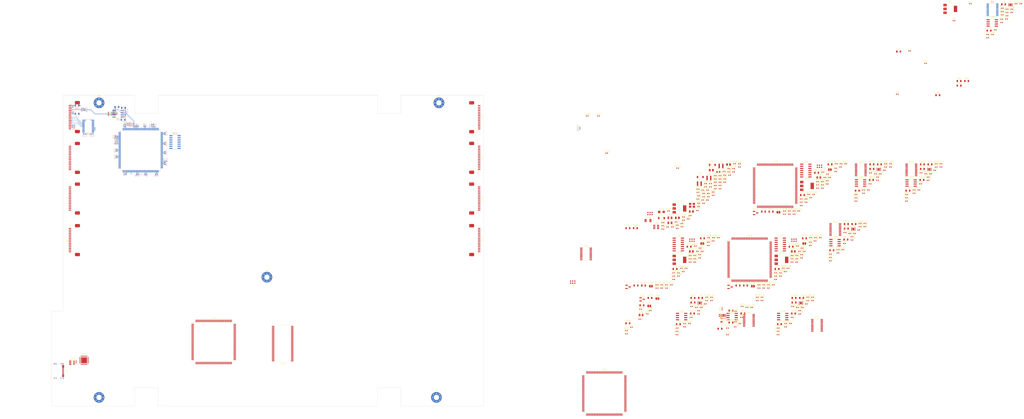
<source format=kicad_pcb>
(kicad_pcb (version 20211014) (generator pcbnew)
  (title_block (title "Bioptics BX4x4 acquisition board") (rev "1.0") (company "Tobias Schramm"))
  (layers (0 "F.Cu" signal) (1 "In1.Cu" signal) (2 "In2.Cu" signal) (31 "B.Cu" signal) (34 "B.Paste" user) (35 "F.Paste" user) (36 "B.SilkS" user "B.Silkscreen") (37 "F.SilkS" user "F.Silkscreen") (38 "B.Mask" user) (39 "F.Mask" user) (44 "Edge.Cuts" user))
  (net 0 "")
  (net 1 "Net-(C1-Pad2)")
  (net 2 "/Sensor board 1/3v3")
  (net 3 "/Sensor board 1/3v3A")
  (net 4 "GND")
  (net 5 "Net-(C9-Pad2)")
  (net 6 "Net-(C11-Pad2)")
  (net 7 "+5V")
  (net 8 "Net-(C25-Pad1)")
  (net 9 "/Sensor board 1/Sensor 1/S-")
  (net 10 "/Sensor board 1/Sensor 1/S+")
  (net 11 "Net-(C27-Pad2)")
  (net 12 "Net-(C29-Pad1)")
  (net 13 "Net-(C30-Pad2)")
  (net 14 "Net-(C31-Pad2)")
  (net 15 "Net-(C35-Pad1)")
  (net 16 "/Sensor board 1/Sensor 2/S-")
  (net 17 "/Sensor board 1/Sensor 2/S+")
  (net 18 "Net-(C37-Pad2)")
  (net 19 "Net-(C39-Pad1)")
  (net 20 "Net-(C40-Pad2)")
  (net 21 "Net-(C41-Pad2)")
  (net 22 "/Sensor board 1/3v8")
  (net 23 "Net-(J1-Pad3)")
  (net 24 "Net-(J1-Pad4)")
  (net 25 "/Sensor board 1/Sensor 1/FRAME_{5V}")
  (net 26 "/Sensor board 1/Sensor 1/LINE_{5V}")
  (net 27 "Net-(R8-Pad1)")
  (net 28 "Net-(J2-Pad3)")
  (net 29 "Net-(J2-Pad4)")
  (net 30 "/Sensor board 1/Sensor 2/FRAME_{5V}")
  (net 31 "/Sensor board 1/Sensor 2/LINE_{5V}")
  (net 32 "Net-(R15-Pad1)")
  (net 132 "/Sensor board 1/Sensor 1/RESET_{5V}")
  (net 133 "/Sensor board 1/Sensor 1/START_{5V}")
  (net 134 "/Sensor board 1/Sensor 1/CLOCK_{5V}")
  (net 135 "/Sensor board 1/Sensor 1/BIN_{5V}")
  (net 136 "/Sensor board 1/Sensor 1/NDR_{5V}")
  (net 137 "Net-(U4-Pad2)")
  (net 138 "Net-(U4-Pad3)")
  (net 140 "/Sensor board 1/Sensor 2/RESET_{5V}")
  (net 141 "/Sensor board 1/Sensor 2/START_{5V}")
  (net 142 "/Sensor board 1/Sensor 2/CLOCK_{5V}")
  (net 143 "/Sensor board 1/Sensor 2/BIN_{5V}")
  (net 144 "/Sensor board 1/Sensor 2/NDR_{5V}")
  (net 145 "Net-(U7-Pad2)")
  (net 146 "Net-(U7-Pad3)")
  (net 148 "+8V")
  (net 149 "-8V")
  (net 150 "/SLAVE_~{RST}")
  (net 151 "/Sensor board 1/sensor1_out")
  (net 152 "/Sensor board 1/sensor2_out")
  (net 153 "Net-(C43-Pad2)")
  (net 154 "+3V3")
  (net 155 "Net-(C48-Pad1)")
  (net 156 "Net-(C48-Pad2)")
  (net 157 "Net-(C51-Pad2)")
  (net 158 "Net-(C53-Pad2)")
  (net 159 "Net-(C54-Pad2)")
  (net 160 "Net-(C56-Pad1)")
  (net 161 "Net-(C66-Pad2)")
  (net 162 "Net-(C69-Pad1)")
  (net 163 "Net-(C72-Pad1)")
  (net 164 "+3.3VA")
  (net 165 "/MCU_~{RST}")
  (net 166 "Net-(C79-Pad2)")
  (net 167 "Net-(C81-Pad2)")
  (net 168 "Net-(C94-Pad2)")
  (net 169 "Vcc")
  (net 170 "Net-(C97-Pad2)")
  (net 171 "Net-(C98-Pad2)")
  (net 172 "/Sensor board 2/3v3")
  (net 173 "/Sensor board 2/3v8")
  (net 174 "/Sensor board 2/3v3A")
  (net 175 "Net-(C107-Pad2)")
  (net 176 "Net-(C109-Pad2)")
  (net 177 "Net-(C124-Pad1)")
  (net 178 "/Sensor board 2/Sensor 1/S-")
  (net 179 "/Sensor board 2/Sensor 1/S+")
  (net 180 "Net-(C126-Pad2)")
  (net 181 "Net-(C128-Pad1)")
  (net 182 "Net-(C129-Pad2)")
  (net 183 "Net-(C130-Pad2)")
  (net 184 "/Sensor board 2/sensor1_out")
  (net 185 "Net-(C134-Pad1)")
  (net 186 "/Sensor board 2/Sensor 2/S-")
  (net 187 "/Sensor board 2/Sensor 2/S+")
  (net 188 "Net-(C136-Pad2)")
  (net 189 "Net-(C138-Pad1)")
  (net 190 "Net-(C139-Pad2)")
  (net 191 "Net-(C140-Pad2)")
  (net 192 "/Sensor board 2/sensor2_out")
  (net 193 "Net-(C142-Pad2)")
  (net 194 "Net-(C143-Pad2)")
  (net 195 "/Sensor board 3/3v3")
  (net 196 "/Sensor board 3/3v8")
  (net 197 "/Sensor board 3/3v3A")
  (net 198 "Net-(C152-Pad2)")
  (net 199 "Net-(C154-Pad2)")
  (net 200 "Net-(C169-Pad1)")
  (net 201 "/Sensor board 3/Sensor 1/S-")
  (net 202 "/Sensor board 3/Sensor 1/S+")
  (net 203 "Net-(C171-Pad2)")
  (net 204 "Net-(C173-Pad1)")
  (net 205 "Net-(C174-Pad2)")
  (net 206 "Net-(C175-Pad2)")
  (net 207 "/Sensor board 3/sensor1_out")
  (net 208 "Net-(C179-Pad1)")
  (net 209 "/Sensor board 3/Sensor 2/S-")
  (net 210 "/Sensor board 3/Sensor 2/S+")
  (net 211 "Net-(C181-Pad2)")
  (net 212 "Net-(C183-Pad1)")
  (net 213 "Net-(C184-Pad2)")
  (net 214 "Net-(C185-Pad2)")
  (net 215 "/Sensor board 3/sensor2_out")
  (net 216 "Net-(C187-Pad2)")
  (net 217 "Net-(C188-Pad2)")
  (net 218 "/Sensor board 4/3v3")
  (net 219 "/Sensor board 4/3v8")
  (net 220 "/Sensor board 4/3v3A")
  (net 221 "Net-(C197-Pad2)")
  (net 222 "Net-(C199-Pad2)")
  (net 223 "Net-(C214-Pad1)")
  (net 224 "/Sensor board 4/Sensor 1/S-")
  (net 225 "/Sensor board 4/Sensor 1/S+")
  (net 226 "Net-(C216-Pad2)")
  (net 227 "Net-(C218-Pad1)")
  (net 228 "Net-(C219-Pad2)")
  (net 229 "Net-(C220-Pad2)")
  (net 230 "/Sensor board 4/sensor1_out")
  (net 231 "Net-(C224-Pad1)")
  (net 232 "/Sensor board 4/Sensor 2/S-")
  (net 233 "/Sensor board 4/Sensor 2/S+")
  (net 234 "Net-(C226-Pad2)")
  (net 235 "Net-(C228-Pad1)")
  (net 236 "Net-(C229-Pad2)")
  (net 237 "Net-(C230-Pad2)")
  (net 238 "/Sensor board 4/sensor2_out")
  (net 239 "/D-")
  (net 240 "/D+")
  (net 242 "Net-(J3-PadA5)")
  (net 244 "Net-(J3-PadB5)")
  (net 245 "Net-(J4-Pad1)")
  (net 246 "Net-(J4-Pad2)")
  (net 247 "Net-(J4-Pad4)")
  (net 248 "Net-(J4-Pad6)")
  (net 249 "Net-(J5-Pad1)")
  (net 250 "Net-(U2-Pad124)")
  (net 251 "Net-(U2-Pad137)")
  (net 252 "/Sensor board 1/JTDO")
  (net 253 "Net-(J6-Pad1)")
  (net 254 "Net-(J6-Pad2)")
  (net 255 "Net-(J6-Pad4)")
  (net 256 "/Sensor board 2/JTDO")
  (net 257 "Net-(J9-Pad1)")
  (net 258 "Net-(J9-Pad2)")
  (net 259 "Net-(J9-Pad4)")
  (net 260 "/Sensor board 3/JTDO")
  (net 261 "Net-(J12-Pad1)")
  (net 262 "Net-(J12-Pad2)")
  (net 263 "Net-(J12-Pad4)")
  (net 264 "/Sensor board 4/JTDO")
  (net 265 "/Sensor board 1/JTMS")
  (net 266 "/Sensor board 1/JTCK")
  (net 267 "/Sensor board 2/JTMS")
  (net 268 "/Sensor board 2/JTCK")
  (net 269 "/Sensor board 3/JTMS")
  (net 270 "/Sensor board 3/JTCK")
  (net 271 "/Sensor board 4/JTMS")
  (net 272 "/Sensor board 4/JTCK")
  (net 273 "Net-(L10-Pad1)")
  (net 274 "Net-(L11-Pad1)")
  (net 275 "Net-(L17-Pad1)")
  (net 276 "Net-(L23-Pad1)")
  (net 277 "/Sensor board 1/FRAME_{1}")
  (net 278 "/Sensor board 1/LINE_{1}")
  (net 279 "/Sensor board 1/SCL_{1}")
  (net 280 "/Sensor board 1/SDA_{1}")
  (net 281 "/Sensor board 1/FRAME_{2}")
  (net 282 "/Sensor board 1/LINE_{2}")
  (net 283 "/Sensor board 1/SCL_{2}")
  (net 284 "/Sensor board 1/SDA_{2}")
  (net 285 "Net-(R17-Pad2)")
  (net 286 "Net-(R20-Pad2)")
  (net 287 "Net-(R21-Pad2)")
  (net 288 "Net-(R23-Pad1)")
  (net 289 "Net-(R24-Pad2)")
  (net 290 "/IMAGE_MISO_{2}")
  (net 291 "Net-(R26-Pad2)")
  (net 292 "/IMAGE_MISO_{1}")
  (net 293 "Net-(R27-Pad2)")
  (net 294 "/IMAGE_MISO_{4}")
  (net 295 "Net-(R28-Pad2)")
  (net 296 "/IMAGE_MISO_{3}")
  (net 297 "Net-(R29-Pad2)")
  (net 298 "/I2C_SCL")
  (net 299 "/I2C_SDA")
  (net 300 "Net-(R33-Pad2)")
  (net 301 "Net-(R34-Pad2)")
  (net 302 "Net-(U2-Pad50)")
  (net 303 "/IMAGE_FRAME_{1}")
  (net 304 "Net-(U2-Pad53)")
  (net 305 "/IMAGE_MOSI_{1}")
  (net 306 "Net-(U2-Pad51)")
  (net 307 "/IMAGE_CLK_{1}")
  (net 308 "Net-(R41-Pad2)")
  (net 309 "Net-(R42-Pad2)")
  (net 310 "Net-(R46-Pad1)")
  (net 311 "/IMAGE_FRAME_{2}")
  (net 312 "Net-(R47-Pad1)")
  (net 313 "/IMAGE_MOSI_{2}")
  (net 314 "Net-(R48-Pad1)")
  (net 315 "/IMAGE_CLK_{2}")
  (net 316 "Net-(J7-Pad3)")
  (net 317 "Net-(J7-Pad4)")
  (net 318 "/Sensor board 2/Sensor 1/FRAME_{5V}")
  (net 319 "/Sensor board 2/FRAME_{1}")
  (net 320 "/Sensor board 2/Sensor 1/LINE_{5V}")
  (net 321 "/Sensor board 2/LINE_{1}")
  (net 322 "/Sensor board 2/SCL_{1}")
  (net 323 "/Sensor board 2/SDA_{1}")
  (net 324 "Net-(R56-Pad1)")
  (net 325 "Net-(J8-Pad3)")
  (net 326 "Net-(J8-Pad4)")
  (net 327 "/Sensor board 2/Sensor 2/FRAME_{5V}")
  (net 328 "/Sensor board 2/FRAME_{2}")
  (net 329 "/Sensor board 2/Sensor 2/LINE_{5V}")
  (net 330 "/Sensor board 2/LINE_{2}")
  (net 331 "/Sensor board 2/SCL_{2}")
  (net 332 "/Sensor board 2/SDA_{2}")
  (net 333 "Net-(R63-Pad1)")
  (net 334 "Net-(R64-Pad2)")
  (net 335 "Net-(R65-Pad2)")
  (net 336 "Net-(R69-Pad1)")
  (net 337 "/IMAGE_FRAME_{3}")
  (net 338 "Net-(R70-Pad1)")
  (net 339 "/IMAGE_MOSI_{3}")
  (net 340 "Net-(R71-Pad1)")
  (net 341 "/IMAGE_CLK_{3}")
  (net 342 "Net-(J10-Pad3)")
  (net 343 "Net-(J10-Pad4)")
  (net 344 "/Sensor board 3/Sensor 1/FRAME_{5V}")
  (net 345 "/Sensor board 3/FRAME_{1}")
  (net 346 "/Sensor board 3/Sensor 1/LINE_{5V}")
  (net 347 "/Sensor board 3/LINE_{1}")
  (net 348 "/Sensor board 3/SCL_{1}")
  (net 349 "/Sensor board 3/SDA_{1}")
  (net 350 "Net-(R79-Pad1)")
  (net 351 "Net-(J11-Pad3)")
  (net 352 "Net-(J11-Pad4)")
  (net 353 "/Sensor board 3/Sensor 2/FRAME_{5V}")
  (net 354 "/Sensor board 3/FRAME_{2}")
  (net 355 "/Sensor board 3/Sensor 2/LINE_{5V}")
  (net 356 "/Sensor board 3/LINE_{2}")
  (net 357 "/Sensor board 3/SCL_{2}")
  (net 358 "/Sensor board 3/SDA_{2}")
  (net 359 "Net-(R86-Pad1)")
  (net 360 "Net-(R87-Pad2)")
  (net 361 "Net-(R88-Pad2)")
  (net 362 "Net-(R92-Pad1)")
  (net 363 "/IMAGE_FRAME_{4}")
  (net 364 "Net-(R93-Pad1)")
  (net 365 "/IMAGE_MOSI_{4}")
  (net 366 "Net-(R94-Pad1)")
  (net 367 "/IMAGE_CLK_{4}")
  (net 368 "Net-(J13-Pad3)")
  (net 369 "Net-(J13-Pad4)")
  (net 370 "/Sensor board 4/Sensor 1/FRAME_{5V}")
  (net 371 "/Sensor board 4/FRAME_{1}")
  (net 372 "/Sensor board 4/Sensor 1/LINE_{5V}")
  (net 373 "/Sensor board 4/LINE_{1}")
  (net 374 "/Sensor board 4/SCL_{1}")
  (net 375 "/Sensor board 4/SDA_{1}")
  (net 376 "Net-(R102-Pad1)")
  (net 377 "Net-(J14-Pad3)")
  (net 378 "Net-(J14-Pad4)")
  (net 379 "/Sensor board 4/Sensor 2/FRAME_{5V}")
  (net 380 "/Sensor board 4/FRAME_{2}")
  (net 381 "/Sensor board 4/Sensor 2/LINE_{5V}")
  (net 382 "/Sensor board 4/LINE_{2}")
  (net 383 "/Sensor board 4/SCL_{2}")
  (net 384 "/Sensor board 4/SDA_{2}")
  (net 385 "Net-(R109-Pad1)")
  (net 386 "/SLAVE_CLK")
  (net 387 "/Sensor board 1/ADC3_TRIG_IN")
  (net 388 "/Sensor board 1/BIN_{1}")
  (net 389 "/Sensor board 1/NDR_{1}")
  (net 390 "/Sensor board 1/RESET_{1}")
  (net 391 "/Sensor board 1/START_{1}")
  (net 392 "/Sensor board 1/CLOCK_{1}")
  (net 393 "/Sensor board 1/RESET_{2}")
  (net 394 "/Sensor board 1/START_{2}")
  (net 395 "/Sensor board 1/CLOCK_{2}")
  (net 396 "/Sensor board 1/ADC1_TRIG_OUT")
  (net 397 "/Sensor board 1/ADC3_TRIG_OUT")
  (net 398 "/Sensor board 1/BIN_{2}")
  (net 399 "/Sensor board 1/NDR_{2}")
  (net 400 "/Sensor board 1/JTDI")
  (net 401 "/Sensor board 1/ADC1_TRIG_IN")
  (net 402 "/IO0_{1}")
  (net 403 "/IO1_{1}")
  (net 404 "/IRQ_{1}")
  (net 405 "/Sensor board 1/Sensor 1/TRIG_OUT_{5V}")
  (net 406 "/Sensor board 1/Sensor 2/TRIG_OUT_{5V}")
  (net 409 "/FMC_D0")
  (net 410 "/FMC_D1")
  (net 411 "/FMC_D2")
  (net 412 "/FMC_D3")
  (net 413 "/FMC_D4")
  (net 414 "/FMC_D5")
  (net 415 "/FMC_D6")
  (net 416 "/FMC_D7")
  (net 417 "/FMC_NBL0")
  (net 418 "/FMC_SDNWE")
  (net 419 "/FMC_SDNCAS")
  (net 420 "/FMC_SDNRAS")
  (net 421 "/FMC_SDNE0")
  (net 422 "/FMC_A11")
  (net 423 "/FMC_A14")
  (net 424 "/FMC_A15")
  (net 425 "/FMC_A10")
  (net 426 "/FMC_A0")
  (net 427 "/FMC_A1")
  (net 428 "/FMC_A2")
  (net 429 "/FMC_NBL2")
  (net 430 "/FMC_D16")
  (net 431 "/FMC_D17")
  (net 432 "/FMC_D18")
  (net 433 "/FMC_D19")
  (net 434 "/FMC_D20")
  (net 435 "/FMC_D21")
  (net 436 "/FMC_D22")
  (net 437 "/FMC_D23")
  (net 438 "/FMC_D24")
  (net 439 "/FMC_D25")
  (net 440 "/FMC_D26")
  (net 441 "/FMC_D27")
  (net 442 "/FMC_D28")
  (net 443 "/FMC_D29")
  (net 444 "/FMC_D30")
  (net 445 "/FMC_D31")
  (net 446 "/FMC_NBL3")
  (net 447 "/FMC_A3")
  (net 448 "/FMC_A4")
  (net 449 "/FMC_A5")
  (net 450 "/FMC_A6")
  (net 451 "/FMC_A7")
  (net 452 "/FMC_A8")
  (net 453 "/FMC_A9")
  (net 454 "/FMC_SDCKE0")
  (net 455 "/FMC_SDCLK")
  (net 456 "/FMC_A12")
  (net 457 "/FMC_NBL1")
  (net 458 "/FMC_D8")
  (net 459 "/FMC_D9")
  (net 460 "/FMC_D10")
  (net 461 "/FMC_D11")
  (net 462 "/FMC_D12")
  (net 463 "/FMC_D13")
  (net 464 "/FMC_D14")
  (net 465 "/FMC_D15")
  (net 469 "/ULPI_NXT")
  (net 470 "/ULPI_DIR")
  (net 471 "/ULPI_STP")
  (net 472 "/ULPI_CK")
  (net 473 "/ULPI_D7")
  (net 474 "/ULPI_D6")
  (net 475 "/ULPI_D5")
  (net 476 "/ULPI_D4")
  (net 477 "/ULPI_D3")
  (net 478 "/ULPI_D2")
  (net 479 "/ULPI_D1")
  (net 480 "/ULPI_D0")
  (net 481 "/IMAGE_SCK_{3}")
  (net 482 "/IO0_{2}")
  (net 483 "/IMAGE_~{FRAME}_{3}")
  (net 484 "/IO0_{4}")
  (net 485 "/SLAVE_RST")
  (net 487 "/IRQ_{3}")
  (net 488 "/IMAGE_~{FRAME}_{1}")
  (net 489 "/IMAGE_SCK_{1}")
  (net 492 "/IRQ_{4}")
  (net 498 "/SOF")
  (net 501 "/IO1_{2}")
  (net 502 "/FMC_SDNE1")
  (net 505 "/I2C4_SCL")
  (net 506 "/I2C4_SDA")
  (net 507 "/FMC_A13")
  (net 509 "/IRQ_{2}")
  (net 510 "/SDIO_D6")
  (net 511 "/SDIO_D7")
  (net 512 "/SDIO_D0")
  (net 513 "/SDIO_D1")
  (net 516 "/IMAGE_~{FRAME}_{4}")
  (net 517 "/IO0_{3}")
  (net 519 "/SDIO_D2")
  (net 520 "/SDIO_D3")
  (net 521 "/SDIO_CK")
  (net 522 "/SDIO_CMD")
  (net 523 "/IMAGE_SCK_{4}")
  (net 524 "/IO1_{3}")
  (net 525 "/IMAGE_~{FRAME}_{2}")
  (net 526 "/IO1_{4}")
  (net 527 "/SPI1_MOSI")
  (net 528 "/SPI1_MISO")
  (net 529 "/SPI1_NSS")
  (net 530 "/SPI1_SCK")
  (net 531 "/IMAGE_SCK_{2}")
  (net 533 "/SDIO_D4")
  (net 534 "/SDIO_D5")
  (net 596 "/Sensor board 2/ADC3_TRIG_IN")
  (net 608 "/Sensor board 2/BIN_{1}")
  (net 611 "/Sensor board 2/NDR_{1}")
  (net 612 "/Sensor board 2/RESET_{1}")
  (net 613 "/Sensor board 2/START_{1}")
  (net 614 "/Sensor board 2/CLOCK_{1}")
  (net 615 "/Sensor board 2/RESET_{2}")
  (net 616 "/Sensor board 2/START_{2}")
  (net 617 "/Sensor board 2/CLOCK_{2}")
  (net 618 "/Sensor board 2/ADC1_TRIG_OUT")
  (net 619 "/Sensor board 2/ADC3_TRIG_OUT")
  (net 620 "/Sensor board 2/BIN_{2}")
  (net 621 "/Sensor board 2/NDR_{2}")
  (net 627 "/Sensor board 2/JTDI")
  (net 629 "/Sensor board 2/ADC1_TRIG_IN")
  (net 651 "/Sensor board 2/Sensor 1/TRIG_OUT_{5V}")
  (net 652 "/Sensor board 2/Sensor 2/TRIG_OUT_{5V}")
  (net 655 "/Sensor board 2/Sensor 1/RESET_{5V}")
  (net 656 "/Sensor board 2/Sensor 1/START_{5V}")
  (net 657 "/Sensor board 2/Sensor 1/CLOCK_{5V}")
  (net 658 "/Sensor board 2/Sensor 1/BIN_{5V}")
  (net 659 "/Sensor board 2/Sensor 1/NDR_{5V}")
  (net 662 "Net-(U22-Pad2)")
  (net 663 "Net-(U22-Pad3)")
  (net 665 "/Sensor board 2/Sensor 2/RESET_{5V}")
  (net 666 "/Sensor board 2/Sensor 2/START_{5V}")
  (net 667 "/Sensor board 2/Sensor 2/CLOCK_{5V}")
  (net 668 "/Sensor board 2/Sensor 2/BIN_{5V}")
  (net 669 "/Sensor board 2/Sensor 2/NDR_{5V}")
  (net 672 "Net-(U25-Pad2)")
  (net 673 "Net-(U25-Pad3)")
  (net 734 "/Sensor board 3/ADC3_TRIG_IN")
  (net 746 "/Sensor board 3/BIN_{1}")
  (net 749 "/Sensor board 3/NDR_{1}")
  (net 750 "/Sensor board 3/RESET_{1}")
  (net 751 "/Sensor board 3/START_{1}")
  (net 752 "/Sensor board 3/CLOCK_{1}")
  (net 753 "/Sensor board 3/RESET_{2}")
  (net 754 "/Sensor board 3/START_{2}")
  (net 755 "/Sensor board 3/CLOCK_{2}")
  (net 756 "/Sensor board 3/ADC1_TRIG_OUT")
  (net 757 "/Sensor board 3/ADC3_TRIG_OUT")
  (net 758 "/Sensor board 3/BIN_{2}")
  (net 759 "/Sensor board 3/NDR_{2}")
  (net 765 "/Sensor board 3/JTDI")
  (net 767 "/Sensor board 3/ADC1_TRIG_IN")
  (net 789 "/Sensor board 3/Sensor 1/TRIG_OUT_{5V}")
  (net 790 "/Sensor board 3/Sensor 2/TRIG_OUT_{5V}")
  (net 793 "/Sensor board 3/Sensor 1/RESET_{5V}")
  (net 794 "/Sensor board 3/Sensor 1/START_{5V}")
  (net 795 "/Sensor board 3/Sensor 1/CLOCK_{5V}")
  (net 796 "/Sensor board 3/Sensor 1/BIN_{5V}")
  (net 797 "/Sensor board 3/Sensor 1/NDR_{5V}")
  (net 800 "Net-(U32-Pad2)")
  (net 801 "Net-(U32-Pad3)")
  (net 803 "/Sensor board 3/Sensor 2/RESET_{5V}")
  (net 804 "/Sensor board 3/Sensor 2/START_{5V}")
  (net 805 "/Sensor board 3/Sensor 2/CLOCK_{5V}")
  (net 806 "/Sensor board 3/Sensor 2/BIN_{5V}")
  (net 807 "/Sensor board 3/Sensor 2/NDR_{5V}")
  (net 810 "Net-(U35-Pad2)")
  (net 811 "Net-(U35-Pad3)")
  (net 872 "/Sensor board 4/ADC3_TRIG_IN")
  (net 884 "/Sensor board 4/BIN_{1}")
  (net 887 "/Sensor board 4/NDR_{1}")
  (net 888 "/Sensor board 4/RESET_{1}")
  (net 889 "/Sensor board 4/START_{1}")
  (net 890 "/Sensor board 4/CLOCK_{1}")
  (net 891 "/Sensor board 4/RESET_{2}")
  (net 892 "/Sensor board 4/START_{2}")
  (net 893 "/Sensor board 4/CLOCK_{2}")
  (net 894 "/Sensor board 4/ADC1_TRIG_OUT")
  (net 895 "/Sensor board 4/ADC3_TRIG_OUT")
  (net 896 "/Sensor board 4/BIN_{2}")
  (net 897 "/Sensor board 4/NDR_{2}")
  (net 903 "/Sensor board 4/JTDI")
  (net 905 "/Sensor board 4/ADC1_TRIG_IN")
  (net 927 "/Sensor board 4/Sensor 1/TRIG_OUT_{5V}")
  (net 928 "/Sensor board 4/Sensor 2/TRIG_OUT_{5V}")
  (net 931 "/Sensor board 4/Sensor 1/RESET_{5V}")
  (net 932 "/Sensor board 4/Sensor 1/START_{5V}")
  (net 933 "/Sensor board 4/Sensor 1/CLOCK_{5V}")
  (net 934 "/Sensor board 4/Sensor 1/BIN_{5V}")
  (net 935 "/Sensor board 4/Sensor 1/NDR_{5V}")
  (net 938 "Net-(U42-Pad2)")
  (net 939 "Net-(U42-Pad3)")
  (net 941 "/Sensor board 4/Sensor 2/RESET_{5V}")
  (net 942 "/Sensor board 4/Sensor 2/START_{5V}")
  (net 943 "/Sensor board 4/Sensor 2/CLOCK_{5V}")
  (net 944 "/Sensor board 4/Sensor 2/BIN_{5V}")
  (net 945 "/Sensor board 4/Sensor 2/NDR_{5V}")
  (net 948 "Net-(U45-Pad2)")
  (net 949 "Net-(U45-Pad3)")
  (net 951 "Net-(U12-Pad9)")
  (footprint "Inductor_SMD:L_0805_2012Metric" (layer "F.Cu") (at 436.41 139.02)
    (fp_text reference "L23")
    (fp_text value "10uH")
  )
  (footprint "Capacitor_SMD:C_0402_1005Metric" (layer "F.Cu") (at 418.12 81.67)
    (fp_text reference "C54")
    (fp_text value "20pF")
  )
  (footprint "Capacitor_SMD:C_0402_1005Metric" (layer "F.Cu") (at 598.29 -25.24)
    (fp_text reference "C34")
    (fp_text value "100nF")
  )
  (footprint "Inductor_SMD:L_0805_2012Metric" (layer "F.Cu") (at 425.6 165)
    (fp_text reference "L13")
    (fp_text value "10uH")
  )
  (footprint "Resistor_SMD:R_0402_1005Metric" (layer "F.Cu") (at 402.3 128.69)
    (fp_text reference "R66")
    (fp_text value "10k")
  )
  (footprint "Inductor_SMD:L_0805_2012Metric" (layer "F.Cu") (at 440.96 139.02)
    (fp_text reference "FB31")
    (fp_text value "600R@100MHz")
  )
  (footprint "Resistor_SMD:R_0402_1005Metric" (layer "F.Cu") (at 500.51 113.75)
    (fp_text reference "R62")
    (fp_text value "4.7k")
  )
  (footprint "Capacitor_SMD:C_0402_1005Metric" (layer "F.Cu") (at 352.5 36.97)
    (fp_text reference "C237")
    (fp_text value "100nF")
  )
  (footprint "Package_CSP_Analog:Analog_LFCSP-8-1EP_2x2mm_P0.5mm_EP1.00x1.60mm" (layer "F.Cu") (at 521.135 69.175)
    (fp_text reference "U35")
    (fp_text value "AD5112")
  )
  (footprint "Jumper:SolderJumper-2_P1.3mm_Open_RoundedPad1.0x1.5mm" (layer "F.Cu") (at 445.41 139.42)
    (fp_text reference "JP8")
    (fp_text value "SolderJumper_2_Open")
  )
  (footprint "Inductor_SMD:L_0805_2012Metric" (layer "F.Cu") (at 574 16)
    (fp_text reference "FB6")
    (fp_text value "600R@100MHz")
  )
  (footprint "Resistor_SMD:R_0402_1005Metric" (layer "F.Cu") (at 448.01 146.12)
    (fp_text reference "R53")
    (fp_text value "100")
  )
  (footprint "Capacitor_SMD:C_0402_1005Metric" (layer "F.Cu") (at 418.61 85.61)
    (fp_text reference "C92")
    (fp_text value "100nF")
  )
  (footprint "Inductor_SMD:L_0805_2012Metric" (layer "F.Cu") (at 569.45 18.75)
    (fp_text reference "FB7")
    (fp_text value "600R@100MHz")
  )
  (footprint "Capacitor_SMD:C_0402_1005Metric" (layer "F.Cu") (at 511.95 83.54)
    (fp_text reference "C181")
    (fp_text value "100nF")
  )
  (footprint "Capacitor_SMD:C_0402_1005Metric" (layer "F.Cu") (at 466.55 128.68)
    (fp_text reference "C198")
    (fp_text value "100nF")
  )
  (footprint "Capacitor_SMD:C_0402_1005Metric" (layer "F.Cu") (at 414.86 118.49)
    (fp_text reference "C147")
    (fp_text value "100nF")
  )
  (footprint "Capacitor_SMD:C_0402_1005Metric" (layer "F.Cu") (at 403.61 99.74)
    (fp_text reference "C90")
    (fp_text value "100nF")
  )
  (footprint "Capacitor_SMD:C_0402_1005Metric" (layer "F.Cu") (at 490.08 75.99)
    (fp_text reference "C103")
    (fp_text value "100nF")
  )
  (footprint "Connector:Tag-Connect_TC2030-IDC-NL_2x03_P1.27mm_Vertical" (layer "F.Cu") (at 470.13 111.76)
    (fp_text reference "J12")
    (fp_text value "TagConnect_TC2030_SWD")
  )
  (footprint "Resistor_SMD:R_0402_1005Metric" (layer "F.Cu") (at 495.52 65.76)
    (fp_text reference "R47")
    (fp_text value "33")
  )
  (footprint "Capacitor_SMD:C_0402_1005Metric" (layer "F.Cu") (at 421.45 112.21)
    (fp_text reference "C161")
    (fp_text value "1uF")
  )
  (footprint "Package_SO:SOIC-8_3.9x4.9mm_P1.27mm" (layer "F.Cu") (at 510.19 77.34)
    (fp_text reference "U36")
    (fp_text value "INA849")
  )
  (footprint "Resistor_SMD:R_0402_1005Metric" (layer "F.Cu") (at 408.2 158.22)
    (fp_text reference "R78")
    (fp_text value "4.7k")
  )
  (footprint "Capacitor_SMD:C_0402_1005Metric" (layer "F.Cu") (at 528.16 67.72)
    (fp_text reference "C179")
    (fp_text value "4.7uF")
  )
  (footprint "Resistor_SMD:R_0402_1005Metric" (layer "F.Cu") (at 410.75 115.28)
    (fp_text reference "R65")
    (fp_text value "100")
  )
  (footprint "Diode_SMD:D_SOD-123" (layer "F.Cu") (at 421.03 66.44)
    (fp_text reference "D2")
    (fp_text value "B5819W")
  )
  (footprint "Inductor_SMD:L_0805_2012Metric" (layer "F.Cu") (at 439.43 155.85)
    (fp_text reference "FB14")
    (fp_text value "600R@100MHz")
  )
  (footprint "Capacitor_SMD:C_0402_1005Metric" (layer "F.Cu") (at 390.57 140.6)
    (fp_text reference "C155")
    (fp_text value "100nF")
  )
  (footprint "Capacitor_SMD:C_0402_1005Metric" (layer "F.Cu") (at 539.68 -2.14)
    (fp_text reference "C2")
    (fp_text value "4.7uF")
  )
  (footprint "Resistor_SMD:R_0402_1005Metric" (layer "F.Cu") (at 404.3 161.92)
    (fp_text reference "R77")
    (fp_text value "4.7k")
  )
  (footprint "Resistor_SMD:R_0402_1005Metric" (layer "F.Cu") (at 397.75 131.44)
    (fp_text reference "R64")
    (fp_text value "5.1k")
  )
  (footprint "Inductor_SMD:L_0805_2012Metric" (layer "F.Cu") (at 409.32 146.5)
    (fp_text reference "FB24")
    (fp_text value "600R@100MHz")
  )
  (footprint "Capacitor_SMD:C_0402_1005Metric" (layer "F.Cu") (at 428.48 74.9)
    (fp_text reference "C80")
    (fp_text value "100nF")
  )
  (footprint "Inductor_SMD:L_0805_2012Metric" (layer "F.Cu") (at 501.33 111.38)
    (fp_text reference "FB17")
    (fp_text value "600R@100MHz")
  )
  (footprint "Capacitor_SMD:C_0402_1005Metric" (layer "F.Cu") (at 537.81 88.26)
    (fp_text reference "C215")
    (fp_text value "47pF")
  )
  (footprint "Connector_Samtec_FC1:FC1-15-02-T-WT_P1.0mm" (layer "F.Cu") (at 279.8875 37.782501 90)
    (fp_text reference "J10")
    (fp_text value "RadEye1")
  )
  (footprint "Inductor_SMD:L_0805_2012Metric" (layer "F.Cu") (at 375.05 139.02)
    (fp_text reference "L17")
    (fp_text value "10uH")
  )
  (footprint "Capacitor_SMD:C_0402_1005Metric" (layer "F.Cu") (at 468.01 161.91)
    (fp_text reference "C222")
    (fp_text value "100nF")
  )
  (footprint "Capacitor_SMD:C_0402_1005Metric" (layer "F.Cu") (at 566.41 -20.33)
    (fp_text reference "C3")
    (fp_text value "4.7uF")
  )
  (footprint "Capacitor_SMD:C_0402_1005Metric" (layer "F.Cu") (at 383.59 154.11)
    (fp_text reference "C95")
    (fp_text value "100nF")
  )
  (footprint "Capacitor_SMD:C_0402_1005Metric" (layer "F.Cu") (at 505.04 109.7)
    (fp_text reference "C140")
    (fp_text value "100nF")
  )
  (footprint "Capacitor_SMD:C_0402_1005Metric" (layer "F.Cu") (at 422.77 78.86)
    (fp_text reference "C67")
    (fp_text value "100nF")
  )
  (footprint "Capacitor_SMD:C_0402_1005Metric" (layer "F.Cu") (at 433.83 68.7)
    (fp_text reference "C78")
    (fp_text value "100nF")
  )
  (footprint "Capacitor_SMD:C_0402_1005Metric" (layer "F.Cu") (at 520.4 75.78)
    (fp_text reference "C183")
    (fp_text value "100nF")
  )
  (footprint "Capacitor_SMD:C_0402_1005Metric" (layer "F.Cu") (at 586.63 -10.01)
    (fp_text reference "C39")
    (fp_text value "100nF")
  )
  (footprint "Resistor_SMD:R_0402_1005Metric" (layer "F.Cu") (at 377.79 153.32)
    (fp_text reference "R33")
    (fp_text value "5.1k")
  )
  (footprint "Capacitor_SMD:C_0402_1005Metric" (layer "F.Cu") (at 537.81 86.29)
    (fp_text reference "C217")
    (fp_text value "100nF")
  )
  (footprint "Inductor_SMD:L_0805_2012Metric" (layer "F.Cu") (at 547.1 75.49)
    (fp_text reference "FB32")
    (fp_text value "600R@100MHz")
  )
  (footprint "Capacitor_SMD:C_0402_1005Metric" (layer "F.Cu") (at 413.64 116.52)
    (fp_text reference "C160")
    (fp_text value "100nF")
  )
  (footprint "Package_QFP:LQFP-176_24x24mm_P0.5mm" (layer "F.Cu") (at 356 204)
    (fp_text reference "U29")
    (fp_text value "STM32H753IITx")
  )
  (footprint "Resistor_SMD:R_0402_1005Metric" (layer "F.Cu") (at 469.32 151.62)
    (fp_text reference "R105")
    (fp_text value "100")
  )
  (footprint "Capacitor_SMD:C_0402_1005Metric" (layer "F.Cu") (at 424.56 110.22)
    (fp_text reference "C142")
    (fp_text value "1uF")
  )
  (footprint "Resistor_SMD:R_0402_1005Metric" (layer "F.Cu") (at 438.61 158.22)
    (fp_text reference "R55")
    (fp_text value "4.7k")
  )
  (footprint "Resistor_SMD:R_0402_1005Metric" (layer "F.Cu") (at 459.11 131.44)
    (fp_text reference "R87")
    (fp_text value "5.1k")
  )
  (footprint "Inductor_SMD:L_0805_2012Metric" (layer "F.Cu") (at 547.4 68.89)
    (fp_text reference "FB34")
    (fp_text value "600R@100MHz")
  )
  (footprint "Capacitor_SMD:C_0402_1005Metric" (layer "F.Cu") (at 412.73 156.14)
    (fp_text reference "C173")
    (fp_text value "100nF")
  )
  (footprint "Capacitor_SMD:C_0402_1005Metric" (layer "F.Cu") (at 477.36 86.96)
    (fp_text reference "C98")
    (fp_text value "1uF")
  )
  (footprint "Resistor_SMD:R_0402_1005Metric" (layer "F.Cu") (at 546.28 77.86)
    (fp_text reference "R101")
    (fp_text value "4.7k")
  )
  (footprint "Resistor_SMD:R_0402_1005Metric" (layer "F.Cu") (at 416.97 79.69)
    (fp_text reference "R20")
    (fp_text value "100k")
  )
  (footprint "Inductor_SMD:L_0805_2012Metric" (layer "F.Cu") (at 474.69 146.5)
    (fp_text reference "L28")
    (fp_text value "10uH")
  )
  (footprint "Inductor_SMD:L_Taiyo-Yuden_MD-3030" (layer "F.Cu") (at 426.23 67.09)
    (fp_text reference "L6")
    (fp_text value "4.7uH")
  )
  (footprint "Package_SO:SOIC-8_3.9x4.9mm_P1.27mm" (layer "F.Cu") (at 589.42 -18.96)
    (fp_text reference "U8")
    (fp_text value "INA849")
  )
  (footprint "Capacitor_SMD:C_0402_1005Metric" (layer "F.Cu") (at 415.7 89.57)
    (fp_text reference "C75")
    (fp_text value "100nF")
  )
  (footprint "Resistor_SMD:R_0402_1005Metric" (layer "F.Cu") (at 430.16 164.67)
    (fp_text reference "R50")
    (fp_text value "100")
  )
  (footprint "Capacitor_SMD:C_1206_3216Metric" (layer "F.Cu") (at 382.3 99.9)
    (fp_text reference "C43")
    (fp_text value "1nF")
  )
  (footprint "Capacitor_SMD:C_0402_1005Metric" (layer "F.Cu") (at 61.2 34 180)
    (fp_text reference "C29")
    (fp_text value "100nF")
  )
  (footprint "Capacitor_SMD:C_0402_1005Metric" (layer "F.Cu") (at 498.17 67.74)
    (fp_text reference "C116")
    (fp_text value "1uF")
  )
  (footprint "Inductor_SMD:L_0805_2012Metric" (layer "F.Cu") (at 400.57 162.3)
    (fp_text reference "L19")
    (fp_text value "10uH")
  )
  (footprint "Capacitor_SMD:C_0402_1005Metric" (layer "F.Cu") (at 477.36 88.93)
    (fp_text reference "C113")
    (fp_text value "100nF")
  )
  (footprint "Capacitor_SMD:C_0402_1005Metric" (layer "F.Cu") (at 397.73 135.39)
    (fp_text reference "C152")
    (fp_text value "2.2uF")
  )
  (footprint "Package_SO:TSSOP-24_4.4x7.8mm_P0.65mm" (layer "F.Cu") (at 494.98 105.33)
    (fp_text reference "U24")
    (fp_text value "SN74AVC8T245PW")
  )
  (footprint "Inductor_SMD:L_0805_2012Metric" (layer "F.Cu") (at 475.29 84.6)
    (fp_text reference "L12")
    (fp_text value "10uH")
  )
  (footprint "Inductor_SMD:L_0805_2012Metric" (layer "F.Cu") (at 370.16 104.53)
    (fp_text reference "L9")
    (fp_text value "10uH")
  )
  (footprint "Package_CSP_Analog:Analog_LFCSP-8-1EP_2x2mm_P0.5mm_EP1.00x1.60mm" (layer "F.Cu") (at 600.365 -29.875)
    (fp_text reference "U7")
    (fp_text value "AD5112")
  )
  (footprint "Inductor_SMD:L_0805_2012Metric" (layer "F.Cu") (at 470.14 146.5)
    (fp_text reference "FB36")
    (fp_text value "600R@100MHz")
  )
  (footprint "Capacitor_SMD:C_0402_1005Metric" (layer "F.Cu") (at 420.49 146.11)
    (fp_text reference "C176")
    (fp_text value "47pF")
  )
  (footprint "Capacitor_SMD:C_0402_1005Metric" (layer "F.Cu") (at 399.73 166.65)
    (fp_text reference "C172")
    (fp_text value "100nF")
  )
  (footprint "Capacitor_SMD:C_0402_1005Metric" (layer "F.Cu") (at 412.3 87.01)
    (fp_text reference "C64")
    (fp_text value "100nF")
  )
  (footprint "Package_SO:SOIC-8_3.9x4.9mm_P1.27mm" (layer "F.Cu") (at 494.83 113.23)
    (fp_text reference "U26")
    (fp_text value "INA849")
  )
  (footprint "Resistor_SMD:R_0402_1005Metric" (layer "F.Cu") (at 519.08 71.83)
    (fp_text reference "R81")
    (fp_text value "100")
  )
  (footprint "Connector:Tag-Connect_TC2030-IDC-NL_2x03_P1.27mm_Vertical" (layer "F.Cu") (at 337 137)
    (fp_text reference "J5")
    (fp_text value "TagConnect_TC2030_SWD")
  )
  (footprint "Capacitor_SMD:C_0402_1005Metric" (layer "F.Cu") (at 390.57 138.63)
    (fp_text reference "C154")
    (fp_text value "2.2uF")
  )
  (footprint "Capacitor_SMD:C_0402_1005Metric" (layer "F.Cu") (at 420.49 148.08)
    (fp_text reference "C169")
    (fp_text value "4.7uF")
  )
  (footprint "Capacitor_SMD:C_0402_1005Metric" (layer "F.Cu") (at 415.17 87.6)
    (fp_text reference "C76")
    (fp_text value "100nF")
  )
  (footprint "Resistor_SMD:R_0402_1005Metric" (layer "F.Cu") (at 478.42 146.12)
    (fp_text reference "R106")
    (fp_text value "100")
  )
  (footprint "Capacitor_SMD:C_0402_1005Metric" (layer "F.Cu") (at 558.57 65.75)
    (fp_text reference "C221")
    (fp_text value "47pF")
  )
  (footprint "Resistor_SMD:R_0402_1005Metric" (layer "F.Cu") (at 478.42 148.11)
    (fp_text reference "R109")
    (fp_text value "100")
  )
  (footprint "Capacitor_SMD:C_0402_1005Metric" (layer "F.Cu") (at 598.29 -23.27)
    (fp_text reference "C37")
    (fp_text value "100nF")
  )
  (footprint "Jumper:SolderJumper-2_P1.3mm_Open_RoundedPad1.0x1.5mm" (layer "F.Cu") (at 414.97 113.76)
    (fp_text reference "JP5")
    (fp_text value "SolderJumper_2_Open")
  )
  (footprint "Resistor_SMD:R_0402_1005Metric" (layer "F.Cu") (at 372.25 164.13)
    (fp_text reference "R34")
    (fp_text value "100")
  )
  (footprint "Capacitor_SMD:C_0402_1005Metric" (layer "F.Cu") (at 421.69 110.22)
    (fp_text reference "C159")
    (fp_text value "100nF")
  )
  (footprint "Capacitor_SMD:C_0402_1005Metric" (layer "F.Cu") (at 425.61 74.9)
    (fp_text reference "C45")
    (fp_text value "1uF")
  )
  (footprint "Jumper:SolderJumper-2_P1.3mm_Open_RoundedPad1.0x1.5mm" (layer "F.Cu") (at 460.77 94.95)
    (fp_text reference "JP4")
    (fp_text value "SolderJumper_2_Open")
  )
  (footprint "Inductor_SMD:L_0805_2012Metric" (layer "F.Cu") (at 587.47 -14.36)
    (fp_text reference "L4")
    (fp_text value "10uH")
  )
  (footprint "Inductor_SMD:L_0805_2012Metric" (layer "F.Cu") (at 451.77 94.55)
    (fp_text reference "L11")
    (fp_text value "10uH")
  )
  (footprint "Resistor_SMD:R_0402_1005Metric" (layer "F.Cu") (at 412.32 81.05)
    (fp_text reference "R25")
    (fp_text value "100k")
  )
  (footprint "Inductor_SMD:L_0805_2012Metric" (layer "F.Cu") (at 501.63 104.78)
    (fp_text reference "FB19")
    (fp_text value "600R@100MHz")
  )
  (footprint "Resistor_SMD:R_0402_1005Metric" (layer "F.Cu") (at 394.67 94.17)
    (fp_text reference "R22")
    (fp_text value "10kR")
  )
  (footprint "Capacitor_SMD:C_0402_1005Metric" (layer "F.Cu") (at 606.58 -30.55)
    (fp_text reference "C42")
    (fp_text value "47pF")
  )
  (footprint "Capacitor_SMD:C_0402_1005Metric" (layer "F.Cu") (at 428.51 76.87)
    (fp_text reference "C55")
    (fp_text value "100nF")
  )
  (footprint "Inductor_SMD:L_0805_2012Metric" (layer "F.Cu") (at 492.88 117.83)
    (fp_text reference "L15")
    (fp_text value "10uH")
  )
  (footprint "Capacitor_SMD:C_0402_1005Metric" (layer "F.Cu") (at 468.94 124.95)
    (fp_text reference "C211")
    (fp_text value "100nF")
  )
  (footprint "Capacitor_SMD:C_0402_1005Metric" (layer "F.Cu") (at 479.94 114.94)
    (fp_text reference "C194")
    (fp_text value "100nF")
  )
  (footprint "Resistor_SMD:R_0402_1005Metric" (layer "F.Cu") (at 422.72 74.91)
    (fp_text reference "R26")
    (fp_text value "33")
  )
  (footprint "Inductor_SMD:L_0805_2012Metric" (layer "F.Cu") (at 521.54 66.14)
    (fp_text reference "L22")
    (fp_text value "10uH")
  )
  (footprint "Package_QFP:LQFP-176_24x24mm_P0.5mm" (layer "F.Cu") (at 443.45 123.44)
    (fp_text reference "U39")
    (fp_text value "STM32H753IITx")
  )
  (footprint "Capacitor_SMD:C_0402_1005Metric" (layer "F.Cu") (at 512.8 101.64)
    (fp_text reference "C141")
    (fp_text value "47pF")
  )
  (footprint "Capacitor_SMD:C_0402_1005Metric" (layer "F.Cu") (at 473.55 156.14)
    (fp_text reference "C228")
    (fp_text value "100nF")
  )
  (footprint "Jumper:SolderJumper-2_P1.3mm_Open_RoundedPad1.0x1.5mm" (layer "F.Cu") (at 387.95 146.9)
    (fp_text reference "JP2")
    (fp_text value "SolderJumper_2_Open")
  )
  (footprint "Package_TO_SOT_SMD:SOT-223-3_TabPin2" (layer "F.Cu") (at 401.22 92.66)
    (fp_text reference "U13")
    (fp_text value "AMS1117-3.3")
  )
  (footprint "Capacitor_SMD:C_0402_1005Metric" (layer "F.Cu") (at 411.99 118.49)
    (fp_text reference "C156")
    (fp_text value "100nF")
  )
  (footprint "Resistor_SMD:R_0402_1005Metric" (layer "F.Cu") (at 387.68 138.64)
    (fp_text reference "R71")
    (fp_text value "33")
  )
  (footprint "Package_CSP_Analog:Analog_LFCSP-8-1EP_2x2mm_P0.5mm_EP1.00x1.60mm" (layer "F.Cu") (at 413.465 149.535)
    (fp_text reference "U32")
    (fp_text value "AD5112")
  )
  (footprint "Resistor_SMD:R_0402_1005Metric" (layer "F.Cu") (at 509.91 101.65)
    (fp_text reference "R60")
    (fp_text value "100")
  )
  (footprint "Capacitor_SMD:C_0402_1005Metric" (layer "F.Cu") (at 407.58 124.95)
    (fp_text reference "C166")
    (fp_text value "100nF")
  )
  (footprint "Package_SO:TSSOP-24_4.4x7.8mm_P0.65mm" (layer "F.Cu") (at 345 120)
    (fp_text reference "U31")
    (fp_text value "SN74AVC8T245PW")
  )
  (footprint "Inductor_SMD:L_0805_2012Metric" (layer "F.Cu") (at 378.61 150.95)
    (fp_text reference "L10")
    (fp_text value "10uH")
  )
  (footprint "Capacitor_SMD:C_0402_1005Metric" (layer "F.Cu") (at 601.2 -25.26)
    (fp_text reference "C40")
    (fp_text value "100nF")
  )
  (footprint "Package_TO_SOT_SMD:SOT-23-6" (layer "F.Cu") (at 35.8 185.5)
    (fp_text reference "U10")
    (fp_text value "SRV05-4")
  )
  (footprint "Capacitor_SMD:C_0402_1005Metric" (layer "F.Cu") (at 437.6 161.91)
    (fp_text reference "C122")
    (fp_text value "100nF")
  )
  (footprint "Package_TO_SOT_SMD:SOT-23" (layer "F.Cu") (at 378.78 147.35)
    (fp_text reference "U15")
    (fp_text value "CJ431")
  )
  (footprint "Capacitor_SMD:C_0402_1005Metric" (layer "F.Cu") (at 473.55 154.17)
    (fp_text reference "C230")
    (fp_text value "100nF")
  )
  (footprint "Resistor_SMD:R_0402_1005Metric" (layer "F.Cu") (at 412.32 83.04)
    (fp_text reference "R19")
    (fp_text value "5.1k")
  )
  (footprint "Capacitor_SMD:C_0402_1005Metric" (layer "F.Cu") (at 480.23 86.2)
    (fp_text reference "C120")
    (fp_text value "100nF")
  )
  (footprint "Resistor_SMD:R_0402_1005Metric" (layer "F.Cu") (at 586.65 -11.99)
    (fp_text reference "R14")
    (fp_text value "4.7k")
  )
  (footprint "Capacitor_SMD:C_0402_1005Metric" (layer "F.Cu") (at 402.73 101.71)
    (fp_text reference "C68")
    (fp_text value "100nF")
  )
  (footprint "Capacitor_SMD:C_0402_1005Metric" (layer "F.Cu") (at 528.16 65.75)
    (fp_text reference "C186")
    (fp_text value "47pF")
  )
  (footprint "Resistor_SMD:R_0805_2012Metric" (layer "F.Cu") (at 430.76 66.24)
    (fp_text reference "R16")
    (fp_text value "200k")
  )
  (footprint "Capacitor_SMD:C_0402_1005Metric" (layer "F.Cu") (at 479.94 112.97)
    (fp_text reference "C207")
    (fp_text value "100nF")
  )
  (footprint "Resistor_SMD:R_0402_1005Metric" (layer "F.Cu") (at 525.27 65.76)
    (fp_text reference "R83")
    (fp_text value "100")
  )
  (footprint "Resistor_SMD:R_0402_1005Metric" (layer "F.Cu") (at 549.49 71.83)
    (fp_text reference "R97")
    (fp_text value "100")
  )
  (footprint "Package_QFP:LQFP-176_24x24mm_P0.5mm" (layer "F.Cu") (at 121 173)
    (fp_text reference "U14")
    (fp_text value "STM32H753IITx")
  )
  (footprint "Capacitor_SMD:C_0402_1005Metric" (layer "F.Cu") (at 451.93 138.63)
    (fp_text reference "C199")
    (fp_text value "2.2uF")
  )
  (footprint "Resistor_SMD:R_0402_1005Metric" (layer "F.Cu") (at 598.31 -27.22)
    (fp_text reference "R15")
    (fp_text value "100")
  )
  (footprint "Inductor_SMD:L_0805_2012Metric" (layer "F.Cu") (at 461.39 162.3)
    (fp_text reference "L27")
    (fp_text value "10uH")
  )
  (footprint "Resistor_SMD:R_0402_1005Metric" (layer "F.Cu") (at 484.32 76.51)
    (fp_text reference "R46")
    (fp_text value "33")
  )
  (footprint "Package_TO_SOT_SMD:SOT-223-3_TabPin2" (layer "F.Cu") (at 477.94 79.1)
    (fp_text reference "U18")
    (fp_text value "AMS1117-3.3")
  )
  (footprint "Capacitor_SMD:C_0402_1005Metric" (layer "F.Cu") (at 460.55 168.62)
    (fp_text reference "C225")
    (fp_text value "47pF")
  )
  (footprint "Resistor_SMD:R_0805_2012Metric" (layer "F.Cu") (at 469.71 118.51)
    (fp_text reference "R90")
    (fp_text value "120")
  )
  (footprint "Capacitor_SMD:C_0402_1005Metric" (layer "F.Cu") (at 419.86 79.68)
    (fp_text reference "C71")
    (fp_text value "100nF")
  )
  (footprint "Capacitor_SMD:C_0402_1005Metric" (layer "F.Cu") (at 576.26 -30.55)
    (fp_text reference "C1")
    (fp_text value "1uF")
  )
  (footprint "Resistor_SMD:R_0402_1005Metric" (layer "F.Cu") (at 484.32 78.5)
    (fp_text reference "R49")
    (fp_text value "100")
  )
  (footprint "Capacitor_SMD:C_0402_1005Metric" (layer "F.Cu") (at 520.4 73.81)
    (fp_text reference "C185")
    (fp_text value "100nF")
  )
  (footprint "Resistor_SMD:R_0402_1005Metric" (layer "F.Cu") (at 425.63 72.92)
    (fp_text reference "R18")
    (fp_text value "5.1k")
  )
  (footprint "Capacitor_SMD:C_0402_1005Metric" (layer "F.Cu") (at 501.28 65.75)
    (fp_text reference "C97")
    (fp_text value "1uF")
  )
  (footprint "Capacitor_SMD:C_0402_1005Metric" (layer "F.Cu") (at 415.74 83.66)
    (fp_text reference "C86")
    (fp_text value "100nF")
  )
  (footprint "Resistor_SMD:R_0402_1005Metric" (layer "F.Cu") (at 407.6 120.98)
    (fp_text reference "R69")
    (fp_text value "33")
  )
  (footprint "Capacitor_SMD:C_0402_1005Metric" (layer "F.Cu") (at 425.2 156.98 -90)
    (fp_text reference "C127")
    (fp_text value "100nF")
  )
  (footprint "Capacitor_SMD:C_0402_1005Metric" (layer "F.Cu") (at 495.3 68.5)
    (fp_text reference "C117")
    (fp_text value "100nF")
  )
  (footprint "Inductor_SMD:L_0805_2012Metric" (layer "F.Cu") (at 516.99 66.14)
    (fp_text reference "FB27")
    (fp_text value "600R@100MHz")
  )
  (footprint "Inductor_SMD:L_0805_2012Metric" (layer "F.Cu") (at 551.95 66.14)
    (fp_text reference "L26")
    (fp_text value "10uH")
  )
  (footprint "Resistor_SMD:R_0402_1005Metric" (layer "F.Cu") (at 438.91 151.62)
    (fp_text reference "R52")
    (fp_text value "100")
  )
  (footprint "Capacitor_SMD:C_0805_2012Metric" (layer "F.Cu") (at 395.5 101.3)
    (fp_text reference "C53")
    (fp_text value "10uF")
  )
  (footprint "Capacitor_SMD:C_0402_1005Metric" (layer "F.Cu") (at 558.57 67.72)
    (fp_text reference "C214")
    (fp_text value "4.7uF")
  )
  (footprint "Capacitor_SMD:C_0402_1005Metric" (layer "F.Cu") (at 451.93 140.6)
    (fp_text reference "C200")
    (fp_text value "100nF")
  )
  (footprint "Jumper:SolderJumper-2_P1.3mm_Open_RoundedPad1.0x1.5mm" (layer "F.Cu") (at 384.05 139.42)
    (fp_text reference "JP6")
    (fp_text value "SolderJumper_2_Open")
  )
  (footprint "Resistor_SMD:R_0402_1005Metric" (layer "F.Cu") (at 416.97 77.7)
    (fp_text reference "R31")
    (fp_text value "4.7k")
  )
  (footprint "Capacitor_SMD:C_0402_1005Metric" (layer "F.Cu") (at 507.4 88.26)
    (fp_text reference "C180")
    (fp_text value "47pF")
  )
  (footprint "Resistor_SMD:R_0402_1005Metric" (layer "F.Cu") (at 418.8 110.23)
    (fp_text reference "R70")
    (fp_text value "33")
  )
  (footprint "Capacitor_SMD:C_0402_1005Metric" (layer "F.Cu") (at 483.05 110.22)
    (fp_text reference "C204")
    (fp_text value "100nF")
  )
  (footprint "Connector_Samtec_FC1:FC1-15-02-T-WT_P1.0mm" (layer "F.Cu") (at 35.283078 37.717499 -90)
    (fp_text reference "J1")
    (fp_text value "RadEye1")
  )
  (footprint "Connector_Samtec_FC1:FC1-15-02-T-WT_P1.0mm" (layer "F.Cu") (at 35.3125 111.717499 -90)
    (fp_text reference "J8")
    (fp_text value "RadEye1")
  )
  (footprint "Capacitor_SMD:C_0402_1005Metric" (layer "F.Cu") (at 550.81 73.81)
    (fp_text reference "C220")
    (fp_text value "100nF")
  )
  (footprint "Inductor_SMD:L_0805_2012Metric" (layer "F.Cu") (at 415.07 110.61)
    (fp_text reference "FB21")
    (fp_text value "600R@100MHz")
  )
  (footprint "Capacitor_SMD:C_0402_1005Metric" (layer "F.Cu") (at 399.86 104.72)
    (fp_text reference "C47")
    (fp_text value "100nF")
  )
  (footprint "Resistor_SMD:R_0402_1005Metric" (layer "F.Cu") (at 555.68 65.76)
    (fp_text reference "R99")
    (fp_text value "100")
  )
  (footprint "Resistor_SMD:R_0402_1005Metric" (layer "F.Cu") (at 463.66 128.69)
    (fp_text reference "R89")
    (fp_text value "10k")
  )
  (footprint "Capacitor_SMD:C_0402_1005Metric" (layer "F.Cu") (at 412.83 89.57)
    (fp_text reference "C65")
    (fp_text value "100nF")
  )
  (footprint "Resistor_SMD:R_0402_1005Metric" (layer "F.Cu") (at 546.58 71.26)
    (fp_text reference "R98")
    (fp_text value "100")
  )
  (footprint "Package_DFN_QFN:QFN-32-1EP_5x5mm_P0.5mm_EP3.45x3.45mm" (layer "F.Cu") (at 43 184)
    (fp_text reference "U12")
    (fp_text value "USB3300-EZK")
  )
  (footprint "Package_SO:SO-14_3.9x8.65mm_P1.27mm" (layer "F.Cu") (at 400.52 114.34)
    (fp_text reference "U30")
    (fp_text value "7408")
  )
  (footprint "MountingHole:MountingHole_3.2mm_M3_Pad_Via" (layer "F.Cu") (at 255 206.34)
    (fp_text reference "H1")
    (fp_text value "MH")
  )
  (footprint "Capacitor_SMD:C_0402_1005Metric" (layer "F.Cu") (at 474.45 88.95)
    (fp_text reference "C106")
    (fp_text value "100nF")
  )
  (footprint "Resistor_SMD:R_0805_2012Metric" (layer "F.Cu") (at 485.07 74.04)
    (fp_text reference "R44")
    (fp_text value "120")
  )
  (footprint "Capacitor_SMD:C_0402_1005Metric" (layer "F.Cu") (at 589.54 -12)
    (fp_text reference "C36")
    (fp_text value "47pF")
  )
  (footprint "Capacitor_SMD:C_0402_1005Metric" (layer "F.Cu") (at 499.5 117.44)
    (fp_text reference "C132")
    (fp_text value "100nF")
  )
  (footprint "Capacitor_SMD:C_0402_1005Metric" (layer "F.Cu") (at 454.8 138.63)
    (fp_text reference "C190")
    (fp_text value "100nF")
  )
  (footprint "Resistor_SMD:R_0402_1005Metric" (layer "F.Cu") (at 400.1 68.4)
    (fp_text reference "R110")
    (fp_text value "5.1k")
  )
  (footprint "Inductor_SMD:L_0805_2012Metric" (layer "F.Cu") (at 459.93 129.07)
    (fp_text reference "L24")
    (fp_text value "10uH")
  )
  (footprint "Package_TO_SOT_SMD:SOT-223-3_TabPin2" (layer "F.Cu") (at 401.22 123.57)
    (fp_text reference "U28")
    (fp_text value "AMS1117-3.3")
  )
  (footprint "Capacitor_SMD:C_0402_1005Metric" (layer "F.Cu") (at 450.9 148.08)
    (fp_text reference "C124")
    (fp_text value "4.7uF")
  )
  (footprint "Capacitor_SMD:C_0402_1005Metric" (layer "F.Cu") (at 473.03 94.16)
    (fp_text reference "C112")
    (fp_text value "100nF")
  )
  (footprint "Capacitor_SMD:C_0402_1005Metric" (layer "F.Cu") (at 597.99 -21.3)
    (fp_text reference "C35")
    (fp_text value "4.7uF")
  )
  (footprint "Package_SO:SOIC-8_3.9x4.9mm_P1.27mm" (layer "F.Cu") (at 402.52 157.7)
    (fp_text reference "U33")
    (fp_text value "INA849")
  )
  (footprint "Package_TO_SOT_SMD:SOT-23" (layer "F.Cu") (at 447.05 95.4)
    (fp_text reference "U17")
    (fp_text value "CJ431")
  )
  (footprint "Resistor_SMD:R_0402_1005Metric" (layer "F.Cu") (at 516.17 71.26)
    (fp_text reference "R82")
    (fp_text value "100")
  )
  (footprint "Capacitor_SMD:C_0402_1005Metric" (layer "F.Cu") (at 396.31 138.63)
    (fp_text reference "C157")
    (fp_text value "100nF")
  )
  (footprint "Resistor_SMD:R_0402_1005Metric" (layer "F.Cu") (at 417.6 148.11)
    (fp_text reference "R79")
    (fp_text value "100")
  )
  (footprint "Connector:Tag-Connect_TC2030-IDC-NL_2x03_P1.27mm_Vertical" (layer "F.Cu") (at 408.77 111.76)
    (fp_text reference "J9")
    (fp_text value "TagConnect_TC2030_SWD")
  )
  (footprint "Connector_Samtec_FC1:FC1-15-02-T-WT_P1.0mm" (layer "F.Cu") (at 279.8875 62.182501 90)
    (fp_text reference "J11")
    (fp_text value "RadEye1")
  )
  (footprint "Capacitor_SMD:C_0402_1005Metric" (layer "F.Cu") (at 345.7 36.97)
    (fp_text reference "C236")
    (fp_text value "100nF")
  )
  (footprint "Inductor_SMD:L_0805_2012Metric" (layer "F.Cu") (at 469.84 155.85)
    (fp_text reference "FB35")
    (fp_text value "600R@100MHz")
  )
  (footprint "Inductor_SMD:L_0805_2012Metric" (layer "F.Cu") (at 398.57 129.07)
    (fp_text reference "L18")
    (fp_text value "10uH")
  )
  (footprint "Connector_Samtec_FC1:FC1-15-02-T-WT_P1.0mm" (layer "F.Cu") (at 35.3125 86.717499 -90)
    (fp_text reference "J7")
    (fp_text value "RadEye1")
  )
  (footprint "Capacitor_SMD:C_0402_1005Metric" (layer "F.Cu") (at 57.6 35.8 -90)
    (fp_text reference "C28")
    (fp_text value "100nF")
  )
  (footprint "Inductor_SMD:L_0805_2012Metric" (layer "F.Cu") (at 547.4 66.14)
    (fp_text reference "FB33")
    (fp_text value "600R@100MHz")
  )
  (footprint "Resistor_SMD:R_0402_1005Metric" (layer "F.Cu") (at 549.32 5.35)
    (fp_text reference "R6")
    (fp_text value "4.7k")
  )
  (footprint "Resistor_SMD:R_0402_1005Metric" (layer "F.Cu") (at 515.87 77.86)
    (fp_text reference "R85")
    (fp_text value "4.7k")
  )
  (footprint "MountingHole:MountingHole_3.2mm_M3_Pad_Via" (layer "F.Cu") (at 256.5 29.11)
    (fp_text reference "H2")
    (fp_text value "MH")
  )
  (footprint "Capacitor_SMD:C_0402_1005Metric" (layer "F.Cu") (at 444.71 152.18)
    (fp_text reference "C123")
    (fp_text value "100nF")
  )
  (footprint "Package_CSP_Analog:Analog_LFCSP-8-1EP_2x2mm_P0.5mm_EP1.00x1.60mm" (layer "F.Cu") (at 551.545 69.175)
    (fp_text reference "U42")
    (fp_text value "AD5112")
  )
  (footprint "Jumper:SolderJumper-2_P1.3mm_Open_RoundedPad1.0x1.5mm" (layer "F.Cu") (at 476.33 113.76)
    (fp_text reference "JP7")
    (fp_text value "SolderJumper_2_Open")
  )
  (footprint "Inductor_SMD:L_0805_2012Metric" (layer "F.Cu") (at 508.24 81.94)
    (fp_text reference "L21")
    (fp_text value "10uH")
  )
  (footprint "Capacitor_SMD:C_0402_1005Metric" (layer "F.Cu") (at 410.49 122.94)
    (fp_text reference "C164")
    (fp_text value "100nF")
  )
  (footprint "Inductor_SMD:L_0805_2012Metric" (layer "F.Cu") (at 432.2 154.1 180)
    (fp_text reference "FB15")
    (fp_text value "600R@100MHz")
  )
  (footprint "Jumper:SolderJumper-2_P1.3mm_Open_RoundedPad1.0x1.5mm" (layer "F.Cu") (at 383.06 151.35)
    (fp_text reference "JP1")
    (fp_text value "SolderJumper_2_Open")
  )
  (footprint "Capacitor_SMD:C_0402_1005Metric" (layer "F.Cu") (at 485.92 110.22)
    (fp_text reference "C187")
    (fp_text value "1uF")
  )
  (footprint "Package_TO_SOT_SMD:SOT-23" (layer "F.Cu") (at 370.33 139.87)
    (fp_text reference "U27")
    (fp_text value "CJ431")
  )
  (footprint "Inductor_SMD:L_0805_2012Metric" (layer "F.Cu") (at 409.32 149.25)
    (fp_text reference "FB25")
    (fp_text value "600R@100MHz")
  )
  (footprint "Capacitor_SMD:C_0402_1005Metric" (layer "F.Cu") (at 428.3 158.6 180)
    (fp_text reference "C128")
    (fp_text value "100nF")
  )
  (footprint "Capacitor_SMD:C_0402_1005Metric" (layer "F.Cu") (at 407.58 96.98)
    (fp_text reference "C60")
    (fp_text value "100nF")
  )
  (footprint "Resistor_SMD:R_0402_1005Metric" (layer "F.Cu") (at 408.5 151.62)
    (fp_text reference "R75")
    (fp_text value "100")
  )
  (footprint "Inductor_SMD:L_0805_2012Metric" (layer "F.Cu") (at 407.02 115.66)
    (fp_text reference "FB20")
    (fp_text value "600R@100MHz")
  )
  (footprint "Capacitor_SMD:C_0402_1005Metric" (layer "F.Cu") (at 506.61 107.71)
    (fp_text reference "C133")
    (fp_text value "100nF")
  )
  (footprint "Capacitor_SMD:C_0402_1005Metric" (layer "F.Cu") (at 512.8 103.61)
    (fp_text reference "C134")
    (fp_text value "4.7uF")
  )
  (footprint "Package_TO_SOT_SMD:SOT-223-3_TabPin2" (layer "F.Cu") (at 462.58 123.57)
    (fp_text reference "U38")
    (fp_text value "AMS1117-3.3")
  )
  (footprint "Capacitor_SMD:C_0402_1005Metric" (layer "F.Cu") (at 399.86 102.75)
    (fp_text reference "C73")
    (fp_text value "4.7uF")
  )
  (footprint "Resistor_SMD:R_0402_1005Metric" (layer "F.Cu") (at 603.69 -30.54)
    (fp_text reference "R13")
    (fp_text value "4.7k")
  )
  (footprint "Capacitor_SMD:C_0402_1005Metric" (layer "F.Cu") (at 425.64 80.81)
    (fp_text reference "C70")
    (fp_text value "4.7uF")
  )
  (footprint "Resistor_SMD:R_0402_1005Metric" (layer "F.Cu") (at 449.04 140.63)
    (fp_text reference "R91")
    (fp_text value "100k")
  )
  (footprint "Capacitor_SMD:C_0402_1005Metric" (layer "F.Cu") (at 403.61 97.77)
    (fp_text reference "C79")
    (fp_text value "2.2uF")
  )
  (footprint "Resistor_SMD:R_0402_1005Metric" (layer "F.Cu") (at 441.82 152.19)
    (fp_text reference "R51")
    (fp_text value "100")
  )
  (footprint "Capacitor_SMD:C_0402_1005Metric" (layer "F.Cu") (at 462 131.43)
    (fp_text reference "C188")
    (fp_text value "1uF")
  )
  (footprint "Capacitor_SMD:C_0402_1005Metric" (layer "F.Cu") (at 521.97 71.82)
    (fp_text reference "C178")
    (fp_text value "100nF")
  )
  (footprint "Package_SO:SO-14_3.9x8.65mm_P1.27mm" (layer "F.Cu") (at 477.24 69.87)
    (fp_text reference "U20")
    (fp_text value "7408")
  )
  (footprint "Capacitor_SMD:C_0402_1005Metric" (layer "F.Cu") (at 477.59 150.09)
    (fp_text reference "C229")
    (fp_text value "100nF")
  )
  (footprint "Resistor_SMD:R_0402_1005Metric" (layer "F.Cu") (at 509.91 103.64)
    (fp_text reference "R63")
    (fp_text value "100")
  )
  (footprint "Capacitor_SMD:C_0402_1005Metric" (layer "F.Cu") (at 481.91 84.21)
    (fp_text reference "C108")
    (fp_text value "100nF")
  )
  (footprint "Capacitor_SMD:C_0402_1005Metric" (layer "F.Cu") (at 474.45 90.92)
    (fp_text reference "C107")
    (fp_text value "2.2uF")
  )
  (footprint "Package_CSP_Analog:Analog_LFCSP-8-1EP_2x2mm_P0.5mm_EP1.00x1.60mm" (layer "F.Cu") (at 505.775 105.065)
    (fp_text reference "U25")
    (fp_text value "AD5112")
  )
  (footprint "Capacitor_SMD:C_0402_1005Metric" (layer "F.Cu") (at 467.29 94.16)
    (fp_text reference "C109")
    (fp_text value "2.2uF")
  )
  (footprint "Package_SO:TSSOP-24_4.4x7.8mm_P0.65mm" (layer "F.Cu") (at 443 160)
    (fp_text reference "U44")
    (fp_text value "SN74AVC8T245PW")
  )
  (footprint "Capacitor_SMD:C_0402_1005Metric" (layer "F.Cu") (at 484.3 80.48)
    (fp_text reference "C121")
    (fp_text value "100nF")
  )
  (footprint "Capacitor_SMD:C_0402_1005Metric" (layer "F.Cu") (at 492.04 124.15)
    (fp_text reference "C135")
    (fp_text value "47pF")
  )
  (footprint "Package_SO:SOIC-8_3.9x4.9mm_P1.27mm" (layer "F.Cu") (at 540.6 77.34)
    (fp_text reference "U43")
    (fp_text value "INA849")
  )
  (footprint "Inductor_SMD:L_0805_2012Metric" (layer "F.Cu") (at 596.22 -30.16)
    (fp_text reference "L5")
    (fp_text value "10uH")
  )
  (footprint "Inductor_SMD:L_Taiyo-Yuden_NR-30xx" (layer "F.Cu") (at 413.19 77.73)
    (fp_text reference "L7")
    (fp_text value "100uH")
  )
  (footprint "Package_SO:SO-14_3.9x8.65mm_P1.27mm" (layer "F.Cu") (at 461.88 114.34)
    (fp_text reference "U40")
    (fp_text value "7408")
  )
  (footprint "Resistor_SMD:R_0402_1005Metric" (layer "F.Cu") (at 419.88 77.7)
    (fp_text reference "R27")
    (fp_text value "33")
  )
  (footprint "Capacitor_SMD:C_0402_1005Metric" (layer "F.Cu") (at 357.45 59.4)
    (fp_text reference "C233")
    (fp_text value "100nF")
  )
  (footprint "Diode_SMD:D_SOD-123" (layer "F.Cu") (at 413.74 73.73)
    (fp_text reference "D3")
    (fp_text value "B5819W")
  )
  (footprint "Capacitor_SMD:C_0603_1608Metric" (layer "F.Cu") (at 424.61 70.67)
    (fp_text reference "C44")
    (fp_text value "22uF")
  )
  (footprint "Capacitor_SMD:C_0402_1005Metric" (layer "F.Cu") (at 38.3 185 90)
    (fp_text reference "C232")
    (fp_text value "100nF")
  )
  (footprint "Resistor_SMD:R_0402_1005Metric" (layer "F.Cu") (at 449.04 138.64)
    (fp_text reference "R94")
    (fp_text value "33")
  )
  (footprint "Inductor_SMD:L_0805_2012Metric" (layer "F.Cu") (at 379.6 139.02)
    (fp_text reference "FB22")
    (fp_text value "600R@100MHz")
  )
  (footprint "Resistor_SMD:R_0805_2012Metric" (layer "F.Cu") (at 378.14 156.81)
    (fp_text reference "R36")
    (fp_text value "120")
  )
  (footprint "Inductor_SMD:L_0805_2012Metric" (layer "F.Cu") (at 409.02 155.85)
    (fp_text reference "FB23")
    (fp_text value "600R@100MHz")
  )
  (footprint "Inductor_SMD:L_0805_2012Metric" (layer "F.Cu") (at 383.5 146.5)
    (fp_text reference "FB10")
    (fp_text value "600R@100MHz")
  )
  (footprint "Capacitor_SMD:C_0402_1005Metric" (layer "F.Cu") (at 425.64 78.84)
    (fp_text reference "C66")
    (fp_text value "1uF")
  )
  (footprint "Capacitor_SMD:C_0402_1005Metric" (layer "F.Cu") (at 407.19 161.91)
    (fp_text reference "C167")
    (fp_text value "100nF")
  )
  (footprint "Resistor_SMD:R_0402_1005Metric" (layer "F.Cu") (at 407.6 122.97)
    (fp_text reference "R72")
    (fp_text value "100")
  )
  (footprint "Capacitor_SMD:C_0402_1005Metric" (layer "F.Cu") (at 369.32 168.1)
    (fp_text reference "C94")
    (fp_text value "1uF")
  )
  (footprint "Package_CSP_Analog:Analog_LFCSP-8-1EP_2x2mm_P0.5mm_EP1.00x1.60mm" (layer "F.Cu") (at 427.7 157 180)
    (fp_text reference "U22")
    (fp_text value "AD5112")
  )
  (footprint "Inductor_SMD:L_0805_2012Metric" (layer "F.Cu") (at 470.14 149.25)
    (fp_text reference "FB37")
    (fp_text value "600R@100MHz")
  )
  (footprint "Capacitor_SMD:C_0402_1005Metric" (layer "F.Cu") (at 492.04 122.18)
    (fp_text reference "C137")
    (fp_text value "100nF")
  )
  (footprint "Inductor_SMD:L_0805_2012Metric" (layer "F.Cu") (at 506.18 102.03)
    (fp_text reference "L16")
    (fp_text value "10uH")
  )
  (footprint "Resistor_SMD:R_0402_1005Metric" (layer "F.Cu") (at 474.47 86.97)
    (fp_text reference "R41")
    (fp_text value "5.1k")
  )
  (footprint "Capacitor_SMD:C_0402_1005Metric" (layer "F.Cu") (at 475.12 152.18)
    (fp_text reference "C223")
    (fp_text value "100nF")
  )
  (footprint "Capacitor_SMD:C_0402_1005Metric" (layer "F.Cu") (at 428.52 72.64)
    (fp_text reference "C59")
    (fp_text value "100nF")
  )
  (footprint "Capacitor_SMD:C_0402_1005Metric" (layer "F.Cu") (at 415.74 85.63)
    (fp_text reference "C52")
    (fp_text value "100nF")
  )
  (footprint "Resistor_SMD:R_0402_1005Metric" (layer "F.Cu") (at 422.72 72.92)
    (fp_text reference "R21")
    (fp_text value "20k")
  )
  (footprint "Resistor_SMD:R_0402_1005Metric" (layer "F.Cu") (at 511.97 81.56)
    (fp_text reference "R84")
    (fp_text value "4.7k")
  )
  (footprint "Capacitor_Tantalum_SMD:CP_EIA-3216-10_Kemet-I" (layer "F.Cu") (at 390.395 94.75)
    (fp_text reference "C49")
    (fp_text value "10uF")
  )
  (footprint "Package_TO_SOT_SMD:SOT-23" (layer "F.Cu") (at 431.69 139.87)
    (fp_text reference "U37")
    (fp_text value "CJ431")
  )
  (footprint "Capacitor_SMD:C_0402_1005Metric" (layer "F.Cu") (at 422.77 76.89)
    (fp_text reference "C88")
    (fp_text value "1uF")
  )
  (footprint "Resistor_SMD:R_0402_1005Metric" (layer "F.Cu") (at 595.4 -25.8)
    (fp_text reference "R12")
    (fp_text value "100")
  )
  (footprint "Capacitor_SMD:C_0402_1005Metric" (layer "F.Cu") (at 514.86 81.55)
    (fp_text reference "C177")
    (fp_text value "100nF")
  )
  (footprint "Inductor_SMD:L_0805_2012Metric" (layer "F.Cu") (at 516.99 68.89)
    (fp_text reference "FB28")
    (fp_text value "600R@100MHz")
  )
  (footprint "Capacitor_SMD:C_0402_1005Metric" (layer "F.Cu") (at 430.14 168.62)
    (fp_text reference "C125")
    (fp_text value "47pF")
  )
  (footprint "Resistor_SMD:R_0402_1005Metric" (layer "F.Cu") (at 369.34 166.12)
    (fp_text reference "R40")
    (fp_text value "100")
  )
  (footprint "Capacitor_SMD:C_0402_1005Metric" (layer "F.Cu") (at 490.36 72.05)
    (fp_text reference "C115")
    (fp_text value "100nF")
  )
  (footprint "Capacitor_SMD:C_0402_1005Metric" (layer "F.Cu") (at 459.09 135.39)
    (fp_text reference "C197")
    (fp_text value "2.2uF")
  )
  (footprint "Inductor_SMD:L_0805_2012Metric" (layer "F.Cu") (at 432.2 161.3)
    (fp_text reference "FB16")
    (fp_text value "600R@100MHz")
  )
  (footprint "Resistor_SMD:R_0402_1005Metric" (layer "F.Cu") (at 387.68 140.63)
    (fp_text reference "R68")
    (fp_text value "100k")
  )
  (footprint "Capacitor_SMD:C_0402_1005Metric" (layer "F.Cu") (at 470.16 96.13)
    (fp_text reference "C118")
    (fp_text value "100nF")
  )
  (footprint "Resistor_SMD:R_0402_1005Metric" (layer "F.Cu") (at 492.06 120.2)
    (fp_text reference "R57")
    (fp_text value "100")
  )
  (footprint "Capacitor_SMD:C_0402_1005Metric" (layer "F.Cu") (at 414.3 152.18)
    (fp_text reference "C168")
    (fp_text value "100nF")
  )
  (footprint "Inductor_SMD:L_0805_2012Metric" (layer "F.Cu") (at 413.87 146.5)
    (fp_text reference "L20")
    (fp_text value "10uH")
  )
  (footprint "Capacitor_SMD:C_0402_1005Metric" (layer "F.Cu") (at 487.21 78.47)
    (fp_text reference "C119")
    (fp_text value "100nF")
  )
  (footprint "Capacitor_SMD:C_0402_1005Metric" (layer "F.Cu") (at 490.08 77.96)
    (fp_text reference "C101")
    (fp_text value "4.7uF")
  )
  (footprint "Resistor_SMD:R_0402_1005Metric" (layer "F.Cu") (at 417.6 146.12)
    (fp_text reference "R76")
    (fp_text value "100")
  )
  (footprint "Inductor_SMD:L_0805_2012Metric" (layer "F.Cu") (at 476.43 110.61)
    (fp_text reference "FB30")
    (fp_text value "600R@100MHz")
  )
  (footprint "Resistor_SMD:R_0402_1005Metric" (layer "F.Cu") (at 434.42 65.76)
    (fp_text reference "R28")
    (fp_text value "33")
  )
  (footprint "Resistor_SMD:R_0402_1005Metric" (layer "F.Cu") (at 415.23 81.68)
    (fp_text reference "R29")
    (fp_text value "33")
  )
  (footprint "Capacitor_SMD:C_0402_1005Metric" (layer "F.Cu") (at 434.9 160.9)
    (fp_text reference "C130")
    (fp_text value "100nF")
  )
  (footprint "Inductor_SMD:L_0805_2012Metric" (layer "F.Cu") (at 483.74 71.19)
    (fp_text reference "FB11")
    (fp_text value "600R@100MHz")
  )
  (footprint "Capacitor_SMD:C_0402_1005Metric" (layer "F.Cu") (at 434.69 163.9)
    (fp_text reference "C126")
    (fp_text value "100nF")
  )
  (footprint "Capacitor_SMD:C_0402_1005Metric" (layer "F.Cu") (at 413.36 122.43)
    (fp_text reference "C146")
    (fp_text value "4.7uF")
  )
  (footprint "Resistor_SMD:R_0402_1005Metric" (layer "F.Cu") (at 532.28 23.9)
    (fp_text reference "R7")
    (fp_text value "4.7k")
  )
  (footprint "Inductor_SMD:L_0805_2012Metric" (layer "F.Cu") (at 370.16 161.76)
    (fp_text reference "FB9")
    (fp_text value "600R@100MHz")
  )
  (footprint "Resistor_SMD:R_0402_1005Metric" (layer "F.Cu") (at 448.01 148.11)
    (fp_text reference "R56")
    (fp_text value "100")
  )
  (footprint "Inductor_SMD:L_0805_2012Metric" (layer "F.Cu") (at 569.45 16)
    (fp_text reference "FB5")
    (fp_text value "600R@100MHz")
  )
  (footprint "Connector_Samtec_FC1:FC1-15-02-T-WT_P1.0mm" (layer "F.Cu") (at 35.3 62.270771 -90)
    (fp_text reference "J2")
    (fp_text value "RadEye1")
  )
  (footprint "Resistor_SMD:R_0402_1005Metric" (layer "F.Cu") (at 464.4 94.17)
    (fp_text reference "R48")
    (fp_text value "33")
  )
  (footprint "Capacitor_SMD:C_0402_1005Metric" (layer "F.Cu") (at 412.73 154.17)
    (fp_text reference "C175")
    (fp_text value "100nF")
  )
  (footprint "Capacitor_SMD:C_0402_1005Metric" (layer "F.Cu") (at 422.73 80.83)
    (fp_text reference "C50")
    (fp_text value "100nF")
  )
  (footprint "Capacitor_SMD:C_0402_1005Metric" (layer "F.Cu") (at 473.35 118.49)
    (fp_text reference "C201")
    (fp_text value "100nF")
  )
  (footprint "Capacitor_SMD:C_0402_1005Metric" (layer "F.Cu") (at 430.96 68.7)
    (fp_text reference "C85")
    (fp_text value "100nF")
  )
  (footprint "Diode_SMD:D_SOD-123" (layer "F.Cu") (at 390.4 98.46)
    (fp_text reference "D1")
    (fp_text value "B5819W")
  )
  (footprint "Resistor_SMD:R_0402_1005Metric" (layer "F.Cu") (at 507.42 84.31)
    (fp_text reference "R80")
    (fp_text value "100")
  )
  (footprint "Resistor_SMD:R_0402_1005Metric" (layer "F.Cu") (at 480.16 110.23)
    (fp_text reference "R93")
    (fp_text value "33")
  )
  (footprint "Resistor_SMD:R_0402_1005Metric" (layer "F.Cu") (at 500.81 107.15)
    (fp_text reference "R59")
    (fp_text value "100")
  )
  (footprint "Capacitor_SMD:C_0402_1005Metric" (layer "F.Cu") (at 418.58 114.94)
    (fp_text reference "C149")
    (fp_text value "100nF")
  )
  (footprint "Resistor_SMD:R_0402_1005Metric" (layer "F.Cu") (at 555.68 67.75)
    (fp_text reference "R102")
    (fp_text value "100")
  )
  (footprint "Capacitor_SMD:C_0402_1005Metric" (layer "F.Cu") (at 400.64 131.43)
    (fp_text reference "C143")
    (fp_text value "1uF")
  )
  (footprint "Resistor_SMD:R_0402_1005Metric" (layer "F.Cu") (at 428.07 70.41)
    (fp_text reference "R24")
    (fp_text value "12k")
  )
  (footprint "Capacitor_SMD:C_0402_1005Metric" (layer "F.Cu") (at 462 133.4)
    (fp_text reference "C203")
    (fp_text value "100nF")
  )
  (footprint "Capacitor_SMD:C_0402_1005Metric" (layer "F.Cu") (at 459.09 133.42)
    (fp_text reference "C196")
    (fp_text value "100nF")
  )
  (footprint "Package_SO:TSSOP-24_4.4x7.8mm_P0.65mm" (layer "F.Cu") (at 510.34 69.44)
    (fp_text reference "U34")
    (fp_text value "SN74AVC8T245PW")
  )
  (footprint "Package_SO:SOIC-8_3.9x4.9mm_P1.27mm" (layer "F.Cu") (at 432.93 157.7)
    (fp_text reference "U23")
    (fp_text value "INA849")
  )
  (footprint "Capacitor_SMD:C_0402_1005Metric" (layer "F.Cu") (at 434.9 154.5)
    (fp_text reference "C129")
    (fp_text value "100nF")
  )
  (footprint "Capacitor_SMD:C_0402_1005Metric" (layer "F.Cu") (at 418.61 83.64)
    (fp_text reference "C74")
    (fp_text value "4.7uF")
  )
  (footprint "Resistor_SMD:R_0402_1005Metric" (layer "F.Cu") (at 472.11 115.28)
    (fp_text reference "R88")
    (fp_text value "100")
  )
  (footprint "Capacitor_SMD:C_0402_1005Metric" (layer "F.Cu") (at 507.4 86.29)
    (fp_text reference "C182")
    (fp_text value "100nF")
  )
  (footprint "Inductor_SMD:L_0805_2012Metric" (layer "F.Cu") (at 374.71 104.53)
    (fp_text reference "FB8")
    (fp_text value "600R@100MHz")
  )
  (footprint "Capacitor_SMD:C_0402_1005Metric" (layer "F.Cu") (at 404.28 163.9)
    (fp_text reference "C171")
    (fp_text value "100nF")
  )
  (footprint "Capacitor_SMD:C_0402_1005Metric" (layer "F.Cu") (at 402.73 103.68)
    (fp_text reference "C62")
    (fp_text value "100nF")
  )
  (footprint "Capacitor_SMD:C_0402_1005Metric" (layer "F.Cu") (at 467.29 96.13)
    (fp_text reference "C110")
    (fp_text value "100nF")
  )
  (footprint "Capacitor_SMD:C_0402_1005Metric" (layer "F.Cu") (at 498.41 65.75)
    (fp_text reference "C114")
    (fp_text value "100nF")
  )
  (footprint "Resistor_SMD:R_0402_1005Metric" (layer "F.Cu") (at 460.57 164.67)
    (fp_text reference "R103")
    (fp_text value "100")
  )
  (footprint "Capacitor_SMD:C_0402_1005Metric" (layer "F.Cu") (at 471.81 124.95)
    (fp_text reference "C195")
    (fp_text value "100nF")
  )
  (footprint "MountingHole:MountingHole_3.2mm_M3_Pad_Via" (layer "F.Cu") (at 153 134)
    (fp_text reference "H3")
    (fp_text value "MH")
  )
  (footprint "Capacitor_SMD:C_0402_1005Metric" (layer "F.Cu") (at 405.19 128.68)
    (fp_text reference "C153")
    (fp_text value "100nF")
  )
  (footprint "Resistor_SMD:R_0402_1005Metric" (layer "F.Cu") (at 391.23 103.12)
    (fp_text reference "R30")
    (fp_text value "4.7k")
  )
  (footprint "Resistor_SMD:R_0402_1005Metric" (layer "F.Cu") (at 595.4 -27.79)
    (fp_text reference "R11")
    (fp_text value "100")
  )
  (footprint "Capacitor_SMD:C_0402_1005Metric" (layer "F.Cu") (at 601.2 -27.23)
    (fp_text reference "C38")
    (fp_text value "100nF")
  )
  (footprint "Inductor_SMD:L_0805_2012Metric" (layer "F.Cu") (at 491.79 66.14)
    (fp_text reference "FB12")
    (fp_text value "600R@100MHz")
  )
  (footprint "Resistor_SMD:R_0402_1005Metric" (layer "F.Cu") (at 391.23 105.11)
    (fp_text reference "R32")
    (fp_text value "100")
  )
  (footprint "Resistor_SMD:R_0402_1005Metric" (layer "F.Cu") (at 496.61 117.45)
    (fp_text reference "R61")
    (fp_text value "4.7k")
  )
  (footprint "Inductor_SMD:L_0805_2012Metric" (layer "F.Cu") (at 456.32 94.55)
    (fp_text reference "FB13")
    (fp_text value "600R@100MHz")
  )
  (footprint "Package_SO:TSSOP-24_4.4x7.8mm_P0.65mm" (layer "F.Cu") (at 484 163)
    (fp_text reference "U21")
    (fp_text value "SN74AVC8T245PW")
  )
  (footprint "Capacitor_SMD:C_0402_1005Metric" (layer "F.Cu") (at 487.17 80.48)
    (fp_text reference "C105")
    (fp_text value "100nF")
  )
  (footprint "Capacitor_SMD:C_0402_1005Metric" (layer "F.Cu") (at 433.83 70.67)
    (fp_text reference "C83")
    (fp_text value "100nF")
  )
  (footprint "Capacitor_SMD:C_0402_1005Metric" (layer "F.Cu") (at 488.71 74.02)
    (fp_text reference "C111")
    (fp_text value "100nF")
  )
  (footprint "Capacitor_SMD:C_0402_1005Metric" (layer "F.Cu") (at 421.48 84.77)
    (fp_text reference "C63")
    (fp_text value "100nF")
  )
  (footprint "Resistor_SMD:R_0402_1005Metric" (layer "F.Cu") (at 595.4 -23.81)
    (fp_text reference "R10")
    (fp_text value "100")
  )
  (footprint "Capacitor_SMD:C_0402_1005Metric" (layer "F.Cu") (at 381.78 156.1)
    (fp_text reference "C96")
    (fp_text value "100nF")
  )
  (footprint "Capacitor_SMD:C_0402_1005Metric" (layer "F.Cu") (at 397.73 133.42)
    (fp_text reference "C151")
    (fp_text value "100nF")
  )
  (footprint "Capacitor_SMD:C_0402_1005Metric" (layer "F.Cu") (at 430.96 70.67)
    (fp_text reference "C56")
    (fp_text value "20pF")
  )
  (footprint "Connector_Samtec_FC1:FC1-15-02-T-WT_P1.0mm" (layer "F.Cu") (at 279.8875 111.6825 90)
    (fp_text reference "J14")
    (fp_text value "RadEye1")
  )
  (footprint "Capacitor_SMD:C_0402_1005Metric" (layer "F.Cu") (at 491.58 74.02)
    (fp_text reference "C102")
    (fp_text value "100nF")
  )
  (footprint "Inductor_SMD:L_0805_2012Metric" (layer "F.Cu") (at 426.5 159.8 -90)
    (fp_text reference "L14")
    (fp_text value "10uH")
  )
  (footprint "Resistor_SMD:R_0402_1005Metric" (layer "F.Cu") (at 377.39 159.28)
    (fp_text reference "R35")
    (fp_text value "10k")
  )
  (footprint "Resistor_SMD:R_0402_1005Metric" (layer "F.Cu") (at 595.1 -21.19)
    (fp_text reference "R9")
    (fp_text value "100")
  )
  (footprint "Capacitor_SMD:C_0402_1005Metric" (layer "F.Cu") (at 421.48 82.8)
    (fp_text reference "C69")
    (fp_text value "100nF")
  )
  (footprint "Inductor_SMD:L_Taiyo-Yuden_NR-30xx" (layer "F.Cu") (at 418.94 74.38)
    (fp_text reference "L8")
    (fp_text value "100uH")
  )
  (footprint "Capacitor_SMD:C_0402_1005Metric" (layer "F.Cu") (at 471.85 122.94)
    (fp_text reference "C209")
    (fp_text value "100nF")
  )
  (footprint "Capacitor_SMD:C_0402_1005Metric" (layer "F.Cu") (at 396.99 103.79)
    (fp_text reference "C89")
    (fp_text value "100nF")
  )
  (footprint "Capacitor_SMD:C_0402_1005Metric" (layer "F.Cu") (at 454.8 140.6)
    (fp_text reference "C208")
    (fp_text value "100nF")
  )
  (footprint "Resistor_SMD:R_0402_1005Metric" (layer "F.Cu") (at 468.96 120.98)
    (fp_text reference "R92")
    (fp_text value "33")
  )
  (footprint "Capacitor_SMD:C_0402_1005Metric" (layer "F.Cu") (at 470.16 94.16)
    (fp_text reference "C100")
    (fp_text value "100nF")
  )
  (footprint "Resistor_SMD:R_0402_1005Metric" (layer "F.Cu") (at 503.72 107.72)
    (fp_text reference "R58")
    (fp_text value "100")
  )
  (footprint "Capacitor_SMD:C_0402_1005Metric" (layer "F.Cu") (at 474.72 120.46)
    (fp_text reference "C193")
    (fp_text value "100nF")
  )
  (footprint "Inductor_SMD:L_0805_2012Metric" (layer "F.Cu") (at 533.1 -1.75)
    (fp_text reference "L1")
    (fp_text value "10uH")
  )
  (footprint "Connector:Tag-Connect_TC2030-IDC-NL_2x03_P1.27mm_Vertical" (layer "F.Cu") (at 383.5 95.7)
    (fp_text reference "J4")
    (fp_text value "TagConnect_TC2030_SWD")
  )
  (footprint "Capacitor_SMD:C_0402_1005Metric" (layer "F.Cu") (at 437.31 67.72)
    (fp_text reference "C82")
    (fp_text value "100nF")
  )
  (footprint "Capacitor_SMD:C_0402_1005Metric" (layer "F.Cu") (at 496.59 119.43)
    (fp_text reference "C136")
    (fp_text value "100nF")
  )
  (footprint "Capacitor_SMD:C_0402_1005Metric" (layer "F.Cu") (at 505.04 111.67)
    (fp_text reference "C138")
    (fp_text value "100nF")
  )
  (footprint "Crystal:Crystal_SMD_3225-4Pin_3.2x2.5mm" (layer "F.Cu") (at 408.77 90.76)
    (fp_text reference "Y1")
    (fp_text value "24MHz")
  )
  (footprint "Capacitor_SMD:C_0402_1005Metric" (layer "F.Cu") (at 460.55 166.65)
    (fp_text reference "C227")
    (fp_text value "100nF")
  )
  (footprint "Capacitor_SMD:C_0805_2012Metric" (layer "F.Cu") (at 420.38 69.62)
    (fp_text reference "C51")
    (fp_text value "10uF")
  )
  (footprint "Capacitor_SMD:C_0402_1005Metric" (layer "F.Cu") (at 399.73 168.62)
    (fp_text reference "C170")
    (fp_text value "47pF")
  )
  (footprint "Capacitor_SMD:C_0402_1005Metric" (layer "F.Cu") (at 393.44 138.63)
    (fp_text reference "C145")
    (fp_text value "100nF")
  )
  (footprint "Capacitor_SMD:C_0402_1005Metric" (layer "F.Cu") (at 476.22 118.49)
    (fp_text reference "C192")
    (fp_text value "100nF")
  )
  (footprint "Capacitor_SMD:C_0402_1005Metric" (layer "F.Cu") (at 431.39 72.64)
    (fp_text reference "C93")
    (fp_text value "100nF")
  )
  (footprint "Capacitor_SMD:C_0402_1005Metric" (layer "F.Cu") (at 550.81 75.78)
    (fp_text reference "C218")
    (fp_text value "100nF")
  )
  (footprint "Resistor_SMD:R_0402_1005Metric" (layer "F.Cu") (at 411.41 152.19)
    (fp_text reference "R74")
    (fp_text value "100")
  )
  (footprint "Capacitor_SMD:C_0402_1005Metric" (layer "F.Cu") (at 410.49 120.97)
    (fp_text reference "C144")
    (fp_text value "4.7uF")
  )
  (footprint "Package_TO_SOT_SMD:SOT-23-6" (layer "F.Cu") (at 387.2 103.8)
    (fp_text reference "U9")
    (fp_text value "FP6291")
  )
  (footprint "Capacitor_SMD:C_0402_1005Metric" (layer "F.Cu") (at 437.31 65.75)
    (fp_text reference "C46")
    (fp_text value "100nF")
  )
  (footprint "Resistor_SMD:R_0402_1005Metric" (layer "F.Cu") (at 487.47 70.81)
    (fp_text reference "R42")
    (fp_text value "100")
  )
  (footprint "Capacitor_SMD:C_0402_1005Metric" (layer "F.Cu") (at 542.36 83.54)
    (fp_text reference "C216")
    (fp_text value "100nF")
  )
  (footprint "Package_CSP_Analog:Analog_LFCSP-8-1EP_2x2mm_P0.5mm_EP1.00x1.60mm" (layer "F.Cu") (at 60.7 35.6 180)
    (fp_text reference "U4")
    (fp_text value "AD5112")
  )
  (footprint "Package_SOP_DRAM:TSOP-II-86_22.2x10.16mm_P0.5mm" (layer "F.Cu") (at 162.5 174 180)
    (fp_text reference "U11")
    (fp_text value "IS4xS32160F-xTL")
  )
  (footprint "Inductor_SMD:L_0805_2012Metric" (layer "F.Cu") (at 556.66 24.5)
    (fp_text reference "FB1")
    (fp_text value "600R@100MHz")
  )
  (footprint "Capacitor_SMD:C_0402_1005Metric" (layer "F.Cu") (at 475 116.52)
    (fp_text reference "C205")
    (fp_text value "100nF")
  )
  (footprint "Capacitor_SMD:C_0402_1005Metric" (layer "F.Cu") (at 418.04 87.6)
    (fp_text reference "C87")
    (fp_text value "100nF")
  )
  (footprint "Resistor_SMD:R_0402_1005Metric" (layer "F.Cu") (at 525.27 67.75)
    (fp_text reference "R86")
    (fp_text value "100")
  )
  (footprint "MountingHole:MountingHole_3.2mm_M3_Pad_Via" (layer "F.Cu") (at 52 29.11)
    (fp_text reference "H5")
    (fp_text value "MH")
  )
  (footprint "Resistor_SMD:R_0402_1005Metric" (layer "F.Cu") (at 464.4 96.16)
    (fp_text reference "R45")
    (fp_text value "100k")
  )
  (footprint "Inductor_SMD:L_0805_2012Metric" (layer "F.Cu") (at 468.38 115.66)
    (fp_text reference "FB29")
    (fp_text value "600R@100MHz")
  )
  (footprint "Package_SO:TSSOP-24_4.4x7.8mm_P0.65mm" (layer "F.Cu") (at 540.75 69.44)
    (fp_text reference "U41")
    (fp_text value "SN74AVC8T245PW")
  )
  (footprint "MountingHole:MountingHole_3.2mm_M3_Pad_Via" (layer "F.Cu") (at 52 206.34)
    (fp_text reference "H4")
    (fp_text value "MH")
  )
  (footprint "Inductor_SMD:L_0805_2012Metric" (layer "F.Cu") (at 501.63 102.03)
    (fp_text reference "FB18")
    (fp_text value "600R@100MHz")
  )
  (footprint "Capacitor_SMD:C_0402_1005Metric" (layer "F.Cu") (at 474.72 122.43)
    (fp_text reference "C191")
    (fp_text value "4.7uF")
  )
  (footprint "Capacitor_SMD:C_0402_1005Metric" (layer "F.Cu") (at 412.83 91.54)
    (fp_text reference "C81")
    (fp_text value "2.2uF")
  )
  (footprint "Capacitor_SMD:C_0402_1005Metric" (layer "F.Cu") (at 552.38 71.82)
    (fp_text reference "C213")
    (fp_text value "100nF")
  )
  (footprint "Capacitor_SMD:C_0402_1005Metric" (layer "F.Cu") (at 425.64 76.87)
    (fp_text reference "C61")
    (fp_text value "100nF")
  )
  (footprint "Capacitor_SMD:C_0402_1005Metric" (layer "F.Cu") (at 481.31 148.08)
    (fp_text reference "C224")
    (fp_text value "4.7uF")
  )
  (footprint "Capacitor_SMD:C_0402_1005Metric" (layer "F.Cu") (at 457.67 138.63)
    (fp_text reference "C202")
    (fp_text value "100nF")
  )
  (footprint "Capacitor_SMD:C_0402_1005Metric" (layer "F.Cu") (at 487.21 76.5)
    (fp_text reference "C99")
    (fp_text value "4.7uF")
  )
  (footprint "Capacitor_SMD:C_0402_1005Metric" (layer "F.Cu") (at 495.3 70.47)
    (fp_text reference "C104")
    (fp_text value "100nF")
  )
  (footprint "Package_CSP_Analog:Analog_LFCSP-8-1EP_2x2mm_P0.5mm_EP1.00x1.60mm" (layer "F.Cu") (at 474.285 149.535)
    (fp_text reference "U45")
    (fp_text value "AD5112")
  )
  (footprint "Capacitor_SMD:C_0402_1005Metric" (layer "F.Cu") (at 464.87 130.67)
    (fp_text reference "C210")
    (fp_text value "100nF")
  )
  (footprint "Capacitor_SMD:C_0805_2012Metric" (layer "F.Cu") (at 399.95 98.29)
    (fp_text reference "C57")
    (fp_text value "10uF")
  )
  (footprint "Capacitor_SMD:C_0805_2012Metric" (layer "F.Cu") (at 395.5 98.29)
    (fp_text reference "C58")
    (fp_text value "10uF")
  )
  (footprint "Resistor_SMD:R_0402_1005Metric" (layer "F.Cu") (at 399.75 164.67)
    (fp_text reference "R73")
    (fp_text value "100")
  )
  (footprint "Resistor_SMD:R_0402_1005Metric" (layer "F.Cu") (at 469.02 158.22)
    (fp_text reference "R108")
    (fp_text value "4.7k")
  )
  (footprint "Capacitor_SMD:C_0402_1005Metric" (layer "F.Cu") (at 524.44 69.73)
    (fp_text reference "C184")
    (fp_text value "100nF")
  )
  (footprint "Capacitor_SMD:C_0402_1005Metric" (layer "F.Cu") (at 393.44 140.6)
    (fp_text reference "C163")
    (fp_text value "100nF")
  )
  (footprint "Connector:Tag-Connect_TC2030-IDC-NL_2x03_P1.27mm_Vertical" (layer "F.Cu") (at 485.49 67.29)
    (fp_text reference "J6")
    (fp_text value "TagConnect_TC2030_SWD")
  )
  (footprint "Resistor_SMD:R_0402_1005Metric" (layer "F.Cu") (at 468.96 122.97)
    (fp_text reference "R95")
    (fp_text value "100")
  )
  (footprint "Capacitor_SMD:C_0402_1005Metric" (layer "F.Cu") (at 465.1 163.9)
    (fp_text reference "C226")
    (fp_text value "100nF")
  )
  (footprint "Resistor_SMD:R_0402_1005Metric" (layer "F.Cu") (at 542.38 81.56)
    (fp_text reference "R100")
    (fp_text value "4.7k")
  )
  (footprint "Capacitor_SMD:C_0402_1005Metric" (layer "F.Cu") (at 406.48 98.95)
    (fp_text reference "C84")
    (fp_text value "100nF")
  )
  (footprint "Capacitor_SMD:C_0402_1005Metric" (layer "F.Cu") (at 471.85 120.97)
    (fp_text reference "C189")
    (fp_text value "4.7uF")
  )
  (footprint "Resistor_SMD:R_0805_2012Metric" (layer "F.Cu") (at 408.35 118.51)
    (fp_text reference "R67")
    (fp_text value "120")
  )
  (footprint "Resistor_SMD:R_0402_1005Metric" (layer "F.Cu") (at 391.23 101.13)
    (fp_text reference "R17")
    (fp_text value "20k")
  )
  (footprint "Resistor_SMD:R_0402_1005Metric" (layer "F.Cu") (at 412.85 85.03)
    (fp_text reference "R23")
    (fp_text value "5.1k")
  )
  (footprint "Resistor_SMD:R_0402_1005Metric" (layer "F.Cu") (at 472.23 152.19)
    (fp_text reference "R104")
    (fp_text value "100")
  )
  (footprint "Capacitor_SMD:C_0402_1005Metric" (layer "F.Cu") (at 450.9 146.11)
    (fp_text reference "C131")
    (fp_text value "47pF")
  )
  (footprint "Package_QFP:LQFP-176_24x24mm_P0.5mm" (layer "F.Cu") (at 458.81 78.97)
    (fp_text reference "U19")
    (fp_text value "STM32H753IITx")
  )
  (footprint "Resistor_SMD:R_0402_1005Metric" (layer "F.Cu") (at 465.12 161.92)
    (fp_text reference "R107")
    (fp_text value "4.7k")
  )
  (footprint "Capacitor_SMD:C_0402_1005Metric" (layer "F.Cu") (at 418.58 112.97)
    (fp_text reference "C162")
    (fp_text value "100nF")
  )
  (footprint "Capacitor_SMD:C_0402_1005Metric" (layer "F.Cu") (at 394.12 103.79)
    (fp_text reference "C77")
    (fp_text value "100nF")
  )
  (footprint "Capacitor_SMD:C_0402_1005Metric" (layer "F.Cu") (at 509.08 105.62)
    (fp_text reference "C139")
    (fp_text value "100nF")
  )
  (footprint "Capacitor_SMD:C_0402_1005Metric" (layer "F.Cu") (at 413.36 120.46)
    (fp_text reference "C148")
    (fp_text value "100nF")
  )
  (footprint "Package_TO_SOT_SMD:SOT-223-3_TabPin2" (layer "F.Cu") (at 564.16 -27.41)
    (fp_text reference "U1")
    (fp_text value "AMS1117-3.3")
  )
  (footprint "Resistor_SMD:R_0402_1005Metric" (layer "F.Cu") (at 479.02 84.22)
    (fp_text reference "R43")
    (fp_text value "10k")
  )
  (footprint "Capacitor_SMD:C_0402_1005Metric" (layer "F.Cu") (at 545.27 81.55)
    (fp_text reference "C212")
    (fp_text value "100nF")
  )
  (footprint "Connector_USB:USB_C_Receptacle_Palconn_UTC16-G" (layer "F.Cu") (at 27.875 190.5 -90)
    (fp_text reference "J3")
    (fp_text value "USB_C_Receptacle_USB2.0")
  )
  (footprint "Capacitor_SMD:C_0402_1005Metric" (layer "F.Cu") (at 412.03 93.97)
    (fp_text reference "C72")
    (fp_text value "100nF")
  )
  (footprint "Connector_Samtec_FC1:FC1-15-02-T-WT_P1.0mm" (layer "F.Cu") (at 279.8875 86.682501 90)
    (fp_text reference "J13")
    (fp_text value "RadEye1")
  )
  (footprint "Capacitor_SMD:C_0402_1005Metric" (layer "F.Cu") (at 400.64 133.4)
    (fp_text reference "C158")
    (fp_text value "100nF")
  )
  (footprint "Jumper:SolderJumper-2_P1.3mm_Open_RoundedPad1.0x1.5mm" (layer "F.Cu") (at 491.69 69.29)
    (fp_text reference "JP3")
    (fp_text value "SolderJumper_2_Open")
  )
  (footprint "Capacitor_SMD:C_0402_1005Metric" (layer "F.Cu") (at 482.81 112.21)
    (fp_text reference "C206")
    (fp_text value "1uF")
  )
  (footprint "Inductor_SMD:L_0805_2012Metric" (layer "F.Cu") (at 538.65 81.94)
    (fp_text reference "L25")
    (fp_text value "10uH")
  )
  (footprint "Resistor_SMD:R_0402_1005Metric" (layer "F.Cu") (at 537.83 84.31)
    (fp_text reference "R96")
    (fp_text value "100")
  )
  (footprint "Capacitor_SMD:C_0402_1005Metric" (layer "F.Cu") (at 410.45 124.95)
    (fp_text reference "C150")
    (fp_text value "100nF")
  )
  (footprint "Capacitor_SMD:C_0402_1005Metric" (layer "F.Cu") (at 481.31 146.11)
    (fp_text reference "C231")
    (fp_text value "47pF")
  )
  (footprint "Capacitor_SMD:C_0402_1005Metric" (layer "F.Cu") (at 403.51 130.67)
    (fp_text reference "C165")
    (fp_text value "100nF")
  )
  (footprint "Package_SO:SOIC-8_3.9x4.9mm_P1.27mm" (layer "F.Cu") (at 463.34 157.7)
    (fp_text reference "U46")
    (fp_text value "INA849")
  )
  (footprint "Capacitor_SMD:C_0805_2012Metric" (layer "F.Cu") (at 408.37 94.49)
    (fp_text reference "C48")
    (fp_text value "10uF")
  )
  (footprint "Inductor_SMD:L_0805_2012Metric" (layer "F.Cu") (at 516.69 75.49)
    (fp_text reference "FB26")
    (fp_text value "600R@100MHz")
  )
  (footprint "Capacitor_SMD:C_0402_1005Metric" (layer "F.Cu") (at 554.85 69.73)
    (fp_text reference "C219")
    (fp_text value "100nF")
  )
  (footprint "Capacitor_SMD:C_0402_1005Metric" (layer "F.Cu") (at 591.18 -14.75)
    (fp_text reference "C41")
    (fp_text value "100nF")
  )
  (footprint "Capacitor_SMD:C_0402_1005Metric" (layer "F.Cu") (at 399.16 100.78)
    (fp_text reference "C91")
    (fp_text value "100nF")
  )
  (footprint "Resistor_SMD:R_0402_1005Metric" (layer "F.Cu") (at 426.9 153.1 90)
    (fp_text reference "R54")
    (fp_text value "4.7k")
  )
  (footprint "Capacitor_SMD:C_0402_1005Metric" (layer "F.Cu") (at 416.77 150.09)
    (fp_text reference "C174")
    (fp_text value "100nF")
  )
  (footprint "Capacitor_SMD:C_0402_1005Metric" (layer "F.Cu") (at 595.08 -19.21)
    (fp_text reference "C33")
    (fp_text value "100nF")
  )
  (footprint "Capacitor_SMD:C_0402_1005Metric" (layer "B.Cu") (at 62.9 51.35 -90)
    (fp_text reference "C234")
    (fp_text value "100nF")
  )
  (footprint "Capacitor_SMD:C_0402_1005Metric" (layer "B.Cu") (at 62.9 61.6 -90)
    (fp_text reference "C22")
    (fp_text value "100nF")
  )
  (footprint "Package_SO:SOIC-8_3.9x4.9mm_P1.27mm" (layer "B.Cu") (at 63.5 35.7)
    (fp_text reference "U5")
    (fp_text value "INA849")
  )
  (footprint "Inductor_SMD:L_0805_2012Metric" (layer "B.Cu") (at 62.7 31.6)
    (fp_text reference "L3")
    (fp_text value "10uH")
  )
  (footprint "Capacitor_SMD:C_0402_1005Metric" (layer "B.Cu") (at 62.9 49.5 -90)
    (fp_text reference "C18")
    (fp_text value "1uF")
  )
  (footprint "Resistor_SMD:R_0402_1005Metric" (layer "B.Cu") (at 69.05 42.05 90)
    (fp_text reference "R39")
    (fp_text value "33")
  )
  (footprint "Capacitor_SMD:C_0402_1005Metric" (layer "B.Cu") (at 67.8 34.3 90)
    (fp_text reference "C31")
    (fp_text value "100nF")
  )
  (footprint "Package_SO:TSSOP-24_4.4x7.8mm_P0.65mm" (layer "B.Cu") (at 45.5 43.1)
    (fp_text reference "U3")
    (fp_text value "SN74AVC8T245PW")
  )
  (footprint "Capacitor_SMD:C_0402_1005Metric" (layer "B.Cu") (at 62.9 57.6 -90)
    (fp_text reference "C20")
    (fp_text value "100nF")
  )
  (footprint "Capacitor_SMD:C_0402_1005Metric" (layer "B.Cu") (at 83.8 42.95 -90)
    (fp_text reference "C9")
    (fp_text value "2.2uF")
  )
  (footprint "Inductor_SMD:L_0805_2012Metric" (layer "B.Cu") (at 38.8 30.7)
    (fp_text reference "FB2")
    (fp_text value "600R@100MHz")
  )
  (footprint "Capacitor_SMD:C_0402_1005Metric" (layer "B.Cu") (at 62.45 53.7 180)
    (fp_text reference "C5")
    (fp_text value "100nF")
  )
  (footprint "Capacitor_SMD:C_0402_1005Metric" (layer "B.Cu") (at 86.6 71.8)
    (fp_text reference "C16")
    (fp_text value "100nF")
  )
  (footprint "Capacitor_SMD:C_0402_1005Metric" (layer "B.Cu") (at 67.65 71.8 180)
    (fp_text reference "C21")
    (fp_text value "100nF")
  )
  (footprint "Capacitor_SMD:C_0402_1005Metric" (layer "B.Cu") (at 67.52 43.4 180)
    (fp_text reference "C6")
    (fp_text value "100nF")
  )
  (footprint "Capacitor_SMD:C_0402_1005Metric" (layer "B.Cu") (at 36.4 35.2 -90)
    (fp_text reference "C27")
    (fp_text value "100nF")
  )
  (footprint "Capacitor_SMD:C_0402_1005Metric" (layer "B.Cu") (at 91.3 59.1 90)
    (fp_text reference "C14")
    (fp_text value "100nF")
  )
  (footprint "Package_SO:TSSOP-24_4.4x7.8mm_P0.65mm" (layer "B.Cu") (at 589.57 -26.86 180)
    (fp_text reference "U6")
    (fp_text value "SN74AVC8T245PW")
  )
  (footprint "Capacitor_SMD:C_0402_1005Metric" (layer "B.Cu") (at 36.4 31.2 -90)
    (fp_text reference "C25")
    (fp_text value "4.7uF")
  )
  (footprint "Capacitor_SMD:C_0402_1005Metric" (layer "B.Cu") (at 61.9 49.5 -90)
    (fp_text reference "C7")
    (fp_text value "100nF")
  )
  (footprint "Capacitor_SMD:C_0402_1005Metric" (layer "B.Cu") (at 47.9 47.8)
    (fp_text reference "C23")
    (fp_text value "100nF")
  )
  (footprint "Resistor_SMD:R_0402_1005Metric" (layer "B.Cu") (at 36.8 43.7)
    (fp_text reference "R5")
    (fp_text value "100")
  )
  (footprint "Resistor_SMD:R_0402_1005Metric" (layer "B.Cu") (at 62.45 52.75)
    (fp_text reference "R1")
    (fp_text value "100k")
  )
  (footprint "Resistor_SMD:R_0402_1005Metric" (layer "B.Cu") (at 67.55 42.05 180)
    (fp_text reference "R37")
    (fp_text value "33")
  )
  (footprint "Inductor_SMD:L_0805_2012Metric" (layer "B.Cu") (at 38.8 35.7)
    (fp_text reference "L2")
    (fp_text value "10uH")
  )
  (footprint "Capacitor_SMD:C_0402_1005Metric" (layer "B.Cu") (at 84.78 42.95 90)
    (fp_text reference "C10")
    (fp_text value "100nF")
  )
  (footprint "Capacitor_SMD:C_0402_1005Metric" (layer "B.Cu") (at 341.3 44.35 -90)
    (fp_text reference "C235")
    (fp_text value "100nF")
  )
  (footprint "Capacitor_SMD:C_0402_1005Metric" (layer "B.Cu") (at 91.3 65.6 90)
    (fp_text reference "C15")
    (fp_text value "100nF")
  )
  (footprint "Capacitor_SMD:C_0402_1005Metric" (layer "B.Cu") (at 79.58 43.4 180)
    (fp_text reference "C8")
    (fp_text value "100nF")
  )
  (footprint "Capacitor_SMD:C_0402_1005Metric" (layer "B.Cu") (at 73.199999 43.4 180)
    (fp_text reference "C32")
    (fp_text value "47pF")
  )
  (footprint "Inductor_SMD:L_0805_2012Metric" (layer "B.Cu") (at 66.7 32.1)
    (fp_text reference "FB4")
    (fp_text value "600R@100MHz")
  )
  (footprint "Package_QFP:LQFP-176_24x24mm_P0.5mm" (layer "B.Cu") (at 77.1 57.6)
    (fp_text reference "U2")
    (fp_text value "STM32H753IITx")
  )
  (footprint "Capacitor_SMD:C_0402_1005Metric" (layer "B.Cu") (at 43.1 47.8)
    (fp_text reference "C24")
    (fp_text value "100nF")
  )
  (footprint "Capacitor_SMD:C_0402_1005Metric" (layer "B.Cu") (at 75.000001 43.4 180)
    (fp_text reference "C4")
    (fp_text value "100nF")
  )
  (footprint "Capacitor_SMD:C_0402_1005Metric" (layer "B.Cu") (at 91.3 53.6 90)
    (fp_text reference "C13")
    (fp_text value "100nF")
  )
  (footprint "Capacitor_SMD:C_0402_1005Metric" (layer "B.Cu") (at 91.3 47.6 90)
    (fp_text reference "C12")
    (fp_text value "100nF")
  )
  (footprint "Resistor_SMD:R_0402_1005Metric" (layer "B.Cu") (at 70.1 42.05 90)
    (fp_text reference "R38")
    (fp_text value "33")
  )
  (footprint "Capacitor_SMD:C_0402_1005Metric" (layer "B.Cu") (at 80.1 71.8)
    (fp_text reference "C17")
    (fp_text value "100nF")
  )
  (footprint "Package_SO:SO-14_3.9x8.65mm_P1.27mm" (layer "B.Cu") (at 97.7 52.7 180)
    (fp_text reference "U16")
    (fp_text value "7408")
  )
  (footprint "Capacitor_SMD:C_0402_1005Metric" (layer "B.Cu") (at 75.1 71.8)
    (fp_text reference "C19")
    (fp_text value "100nF")
  )
  (footprint "Capacitor_SMD:C_0402_1005Metric" (layer "B.Cu") (at 91.75 64.2 180)
    (fp_text reference "C11")
    (fp_text value "2.2uF")
  )
  (footprint "Capacitor_SMD:C_0402_1005Metric" (layer "B.Cu") (at 43.358579 33.232843 90)
    (fp_text reference "C26")
    (fp_text value "47pF")
  )
  (footprint "Resistor_SMD:R_0402_1005Metric" (layer "B.Cu") (at 41.957156 32.732843)
    (fp_text reference "R2")
    (fp_text value "100")
  )
  (footprint "Resistor_SMD:R_0402_1005Metric" (layer "B.Cu") (at 72.7 42 -90)
    (fp_text reference "R8")
    (fp_text value "100")
  )
  (footprint "Inductor_SMD:L_0805_2012Metric" (layer "B.Cu") (at 66.5 39.3 180)
    (fp_text reference "FB3")
    (fp_text value "600R@100MHz")
  )
  (footprint "Resistor_SMD:R_0402_1005Metric" (layer "B.Cu") (at 41.956817 33.644655 180)
    (fp_text reference "R3")
    (fp_text value "100")
  )
  (footprint "Resistor_SMD:R_0402_1005Metric" (layer "B.Cu") (at 36.8 42.7)
    (fp_text reference "R4")
    (fp_text value "100")
  )
  (footprint "Capacitor_SMD:C_0402_1005Metric" (layer "B.Cu") (at 67.8 36.4 -90)
    (fp_text reference "C30")
    (fp_text value "100nF")
  )
  (gr_line (start 30.5 154.5) (end 23.5 154.5) (layer "Edge.Cuts") (width 0.1))
  (gr_line (start 219.5 200.5) (end 233.5 200.5) (layer "Edge.Cuts") (width 0.1))
  (gr_line (start 283.5 211.5) (end 283.5 24.5) (layer "Edge.Cuts") (width 0.1))
  (gr_line (start 233.5 200.5) (end 233.5 211.5) (layer "Edge.Cuts") (width 0.1))
  (gr_line (start 73.5 211.5) (end 73.5 200.5) (layer "Edge.Cuts") (width 0.1))
  (gr_line (start 73.5 200.5) (end 87.5 200.5) (layer "Edge.Cuts") (width 0.1))
  (gr_line (start 219.5 211.5) (end 219.5 200.5) (layer "Edge.Cuts") (width 0.1))
  (gr_line (start 87.5 24.5) (end 87.5 35.5) (layer "Edge.Cuts") (width 0.1))
  (gr_line (start 219.5 24.5) (end 87.5 24.5) (layer "Edge.Cuts") (width 0.1))
  (gr_line (start 233.5 24.5) (end 233.5 35.5) (layer "Edge.Cuts") (width 0.1))
  (gr_line (start 233.5 35.5) (end 219.5 35.5) (layer "Edge.Cuts") (width 0.1))
  (gr_line (start 283.5 24.5) (end 233.5 24.5) (layer "Edge.Cuts") (width 0.1))
  (gr_line (start 73.5 24.5) (end 30.5 24.5) (layer "Edge.Cuts") (width 0.1))
  (gr_line (start 87.5 211.5) (end 219.5 211.5) (layer "Edge.Cuts") (width 0.1))
  (gr_line (start 87.5 200.5) (end 87.5 211.5) (layer "Edge.Cuts") (width 0.1))
  (gr_line (start 23.5 211.5) (end 73.5 211.5) (layer "Edge.Cuts") (width 0.1))
  (gr_line (start 23.5 154.5) (end 23.5 211.5) (layer "Edge.Cuts") (width 0.1))
  (gr_line (start 73.5 35.5) (end 73.5 24.5) (layer "Edge.Cuts") (width 0.1))
  (gr_line (start 30.5 24.5) (end 30.5 154.5) (layer "Edge.Cuts") (width 0.1))
  (gr_line (start 87.5 35.5) (end 73.5 35.5) (layer "Edge.Cuts") (width 0.1))
  (gr_line (start 233.5 211.5) (end 283.5 211.5) (layer "Edge.Cuts") (width 0.1))
  (gr_line (start 219.5 35.5) (end 219.5 24.5) (layer "Edge.Cuts") (width 0.1))
  (segment (start 57.65 36.35) (end 57.6 36.3) (width 0.127) (layer "F.Cu") (net 2))
  (segment (start 59.685 36.35) (end 57.65 36.35) (width 0.127) (layer "F.Cu") (net 2))
  (segment (start 57.6 36.28) (end 57.6 36.9) (width 0.127) (layer "F.Cu") (net 2))
  (via (at 62.2 57.15) (size 0.45) (drill 0.2) (layers "F.Cu" "B.Cu") (net 2))
  (via (at 62.2 61.15) (size 0.45) (drill 0.2) (layers "F.Cu" "B.Cu") (net 2))
  (via (at 79.65 72.5) (size 0.45) (drill 0.2) (layers "F.Cu" "B.Cu") (net 2))
  (via (at 80.05 42.7) (size 0.45) (drill 0.2) (layers "F.Cu" "B.Cu") (net 2))
  (via (at 75.4 42.7) (size 0.45) (drill 0.2) (layers "F.Cu" "B.Cu") (net 2))
  (via (at 92 66.05) (size 0.45) (drill 0.2) (layers "F.Cu" "B.Cu") (net 2))
  (via (at 85.43 43.4) (size 0.45) (drill 0.2) (layers "F.Cu" "B.Cu") (net 2))
  (via (at 67.97 42.8) (size 0.45) (drill 0.2) (layers "F.Cu" "B.Cu") (net 2))
  (via (at 62.2 50.75) (size 0.45) (drill 0.2) (layers "F.Cu" "B.Cu") (net 2))
  (via (at 57.6 36.9) (size 0.45) (drill 0.2) (layers "F.Cu" "B.Cu") (net 2))
  (via (at 92 54.05) (size 0.45) (drill 0.2) (layers "F.Cu" "B.Cu") (net 2))
  (via (at 92 59.55) (size 0.45) (drill 0.2) (layers "F.Cu" "B.Cu") (net 2))
  (via (at 92 48.05) (size 0.45) (drill 0.2) (layers "F.Cu" "B.Cu") (net 2))
  (via (at 74.65 72.5) (size 0.45) (drill 0.2) (layers "F.Cu" "B.Cu") (net 2))
  (via (at 86.15 72.5) (size 0.45) (drill 0.2) (layers "F.Cu" "B.Cu") (net 2))
  (via (at 68.1 72.5) (size 0.45) (drill 0.2) (layers "F.Cu" "B.Cu") (net 2))
  (segment (start 89.775 65.85) (end 91.05 65.85) (width 0.127) (layer "B.Cu") (net 2))
  (segment (start 86.35 71.55) (end 86.1 71.8) (width 0.127) (layer "B.Cu") (net 2))
  (segment (start 62.9 50.87) (end 62.32 50.87) (width 0.127) (layer "B.Cu") (net 2))
  (segment (start 80.06 42.71) (end 80.05 42.7) (width 0.127) (layer "B.Cu") (net 2))
  (segment (start 91.05 53.85) (end 91.3 54.1) (width 0.127) (layer "B.Cu") (net 2))
  (segment (start 64.425 61.35) (end 63.15 61.35) (width 0.127) (layer "B.Cu") (net 2))
  (segment (start 91.3 48.08) (end 91.97 48.08) (width 0.127) (layer "B.Cu") (net 2))
  (segment (start 62.9 57.12) (end 62.23 57.12) (width 0.127) (layer "B.Cu") (net 2))
  (segment (start 74.85 71.55) (end 74.6 71.8) (width 0.127) (layer "B.Cu") (net 2))
  (segment (start 63.15 57.35) (end 62.9 57.1) (width 0.127) (layer "B.Cu") (net 2))
  (segment (start 48.38 46.02) (end 48.4 46) (width 0.127) (layer "B.Cu") (net 2))
  (segment (start 84.85 44.925) (end 84.85 43.45) (width 0.127) (layer "B.Cu") (net 2))
  (segment (start 91.3 54.08) (end 91.97 54.08) (width 0.127) (layer "B.Cu") (net 2))
  (segment (start 74.62 72.47) (end 74.65 72.5) (width 0.127) (layer "B.Cu") (net 2))
  (segment (start 80.06 43.4) (end 80.06 42.71) (width 0.127) (layer "B.Cu") (net 2))
  (segment (start 64.425 57.35) (end 63.15 57.35) (width 0.127) (layer "B.Cu") (net 2))
  (segment (start 91.05 65.85) (end 91.3 66.1) (width 0.127) (layer "B.Cu") (net 2))
  (segment (start 68.13 71.8) (end 68.13 72.47) (width 0.127) (layer "B.Cu") (net 2))
  (segment (start 68.35 44.25) (end 68 43.9) (width 0.127) (layer "B.Cu") (net 2))
  (segment (start 74.85 70.275) (end 74.85 71.55) (width 0.127) (layer "B.Cu") (net 2))
  (segment (start 89.775 53.85) (end 91.05 53.85) (width 0.127) (layer "B.Cu") (net 2))
  (segment (start 91.97 66.08) (end 92 66.05) (width 0.127) (layer "B.Cu") (net 2))
  (segment (start 79.62 72.47) (end 79.65 72.5) (width 0.127) (layer "B.Cu") (net 2))
  (segment (start 91.97 59.58) (end 92 59.55) (width 0.127) (layer "B.Cu") (net 2))
  (segment (start 86.12 72.47) (end 86.15 72.5) (width 0.127) (layer "B.Cu") (net 2))
  (segment (start 91.3 59.58) (end 91.97 59.58) (width 0.127) (layer "B.Cu") (net 2))
  (segment (start 91.05 47.85) (end 91.3 48.1) (width 0.127) (layer "B.Cu") (net 2))
  (segment (start 62.9 61.12) (end 62.23 61.12) (width 0.127) (layer "B.Cu") (net 2))
  (segment (start 85.4 43.43) (end 85.43 43.4) (width 0.127) (layer "B.Cu") (net 2))
  (segment (start 68 43.4) (end 68 42.83) (width 0.127) (layer "B.Cu") (net 2))
  (segment (start 89.775 59.35) (end 91.05 59.35) (width 0.127) (layer "B.Cu") (net 2))
  (segment (start 79.85 44.925) (end 79.85 43.6) (width 0.127) (layer "B.Cu") (net 2))
  (segment (start 68.6 71.8) (end 68.15 71.8) (width 0.127) (layer "B.Cu") (net 2))
  (segment (start 74.62 71.8) (end 74.62 72.47) (width 0.127) (layer "B.Cu") (net 2))
  (segment (start 91.97 54.08) (end 92 54.05) (width 0.127) (layer "B.Cu") (net 2))
  (segment (start 84.78 43.43) (end 85.4 43.43) (width 0.127) (layer "B.Cu") (net 2))
  (segment (start 91.05 59.35) (end 91.3 59.6) (width 0.127) (layer "B.Cu") (net 2))
  (segment (start 68 43.9) (end 68 43.4) (width 0.127) (layer "B.Cu") (net 2))
  (segment (start 48.38 47.8) (end 48.38 46.02) (width 0.127) (layer "B.Cu") (net 2))
  (segment (start 68.85 70.275) (end 68.85 71.55) (width 0.127) (layer "B.Cu") (net 2))
  (segment (start 79.62 71.8) (end 79.62 72.47) (width 0.127) (layer "B.Cu") (net 2))
  (segment (start 68.35 70.275) (end 68.35 71.6) (width 0.127) (layer "B.Cu") (net 2))
  (segment (start 74.85 44.925) (end 74.85 44.05) (width 0.127) (layer "B.Cu") (net 2))
  (segment (start 86.12 71.8) (end 86.12 72.47) (width 0.127) (layer "B.Cu") (net 2))
  (segment (start 75.480001 43.4) (end 75.480001 42.780001) (width 0.127) (layer "B.Cu") (net 2))
  (segment (start 68 42.83) (end 67.97 42.8) (width 0.127) (layer "B.Cu") (net 2))
  (segment (start 74.85 44.05) (end 75.5 43.4) (width 0.127) (layer "B.Cu") (net 2))
  (segment (start 86.35 70.275) (end 86.35 71.55) (width 0.127) (layer "B.Cu") (net 2))
  (segment (start 68.85 71.55) (end 68.6 71.8) (width 0.127) (layer "B.Cu") (net 2))
  (segment (start 75.480001 42.780001) (end 75.4 42.7) (width 0.127) (layer "B.Cu") (net 2))
  (segment (start 89.775 47.85) (end 91.05 47.85) (width 0.127) (layer "B.Cu") (net 2))
  (segment (start 91.3 66.08) (end 91.97 66.08) (width 0.127) (layer "B.Cu") (net 2))
  (segment (start 91.97 48.08) (end 92 48.05) (width 0.127) (layer "B.Cu") (net 2))
  (segment (start 62.23 61.12) (end 62.2 61.15) (width 0.127) (layer "B.Cu") (net 2))
  (segment (start 62.23 57.12) (end 62.2 57.15) (width 0.127) (layer "B.Cu") (net 2))
  (segment (start 63.15 61.35) (end 62.9 61.1) (width 0.127) (layer "B.Cu") (net 2))
  (segment (start 68.13 72.47) (end 68.1 72.5) (width 0.127) (layer "B.Cu") (net 2))
  (segment (start 79.85 43.6) (end 80.05 43.4) (width 0.127) (layer "B.Cu") (net 2))
  (segment (start 64.425 50.85) (end 62.85 50.85) (width 0.127) (layer "B.Cu") (net 2))
  (segment (start 68.35 71.6) (end 68.15 71.8) (width 0.127) (layer "B.Cu") (net 2))
  (segment (start 68.35 44.925) (end 68.35 44.25) (width 0.127) (layer "B.Cu") (net 2))
  (segment (start 79.85 70.275) (end 79.85 71.55) (width 0.127) (layer "B.Cu") (net 2))
  (segment (start 62.32 50.87) (end 62.2 50.75) (width 0.127) (layer "B.Cu") (net 2))
  (segment (start 79.85 71.55) (end 79.6 71.8) (width 0.127) (layer "B.Cu") (net 2))
  (segment (start 63.4 49.2) (end 63.05 49.2) (width 0.127) (layer "B.Cu") (net 3))
  (segment (start 63.55 49.35) (end 63.4 49.2) (width 0.127) (layer "B.Cu") (net 3))
  (segment (start 62.4 49.5) (end 63.25 49.5) (width 0.127) (layer "B.Cu") (net 3))
  (segment (start 63.25 49.5) (end 63.6 49.85) (width 0.127) (layer "B.Cu") (net 3))
  (segment (start 63.05 49.2) (end 62.95 49.1) (width 0.127) (layer "B.Cu") (net 3))
  (segment (start 64.425 49.35) (end 63.55 49.35) (width 0.127) (layer "B.Cu") (net 3))
  (segment (start 62.4 49.5) (end 61.9 49) (width 0.127) (layer "B.Cu") (net 3))
  (segment (start 63.6 49.85) (end 64.4 49.85) (width 0.127) (layer "B.Cu") (net 3))
  (segment (start 34.483078 31.717499) (end 35.582501 31.717499) (width 0.127) (layer "F.Cu") (net 4))
  (segment (start 34.483078 34.717499) (end 35.582501 34.717499) (width 0.127) (layer "F.Cu") (net 4))
  (segment (start 35.582501 34.717499) (end 35.6 34.7) (width 0.127) (layer "F.Cu") (net 4))
  (segment (start 60.72 34) (end 60.72 33.08) (width 0.127) (layer "F.Cu") (net 4))
  (segment (start 425.2 156.5) (end 425.2 156.4) (width 0.127) (layer "F.Cu") (net 4))
  (segment (start 60.72 34) (end 60.7 34) (width 0.127) (layer "F.Cu") (net 4))
  (segment (start 35.582501 31.717499) (end 35.6 31.7) (width 0.127) (layer "F.Cu") (net 4))
  (segment (start 425.2 156.4) (end 425.4 156.2) (width 0.127) (layer "F.Cu") (net 4))
  (segment (start 57.6 35.32) (end 57.6 34.7) (width 0.127) (layer "F.Cu") (net 4))
  (segment (start 425.4 156.2) (end 426.7 156.2) (width 0.127) (layer "F.Cu") (net 4))
  (segment (start 60.7 34) (end 59.8 34.9) (width 0.127) (layer "F.Cu") (net 4))
  (via (at 73.6 42.7) (size 0.45) (drill 0.2) (layers "F.Cu" "B.Cu") (net 4))
  (via (at 84.78 41.9) (size 0.45) (drill 0.2) (layers "F.Cu" "B.Cu") (net 4))
  (via (at 60.72 33.08) (size 0.45) (drill 0.2) (layers "F.Cu" "B.Cu") (net 4))
  (via (at 46.7 47.8) (size 0.45) (drill 0.2) (layers "F.Cu" "B.Cu") (net 4))
  (via (at 62.2 51.95) (size 0.45) (drill 0.2) (layers "F.Cu" "B.Cu") (net 4))
  (via (at 57.6 34.7) (size 0.45) (drill 0.2) (layers "F.Cu" "B.Cu") (net 4))
  (via (at 92 47.15) (size 0.45) (drill 0.2) (layers "F.Cu" "B.Cu") (net 4))
  (via (at 43.7 40.2) (size 0.45) (drill 0.2) (layers "F.Cu" "B.Cu") (net 4))
  (via (at 87.05 72.5) (size 0.45) (drill 0.2) (layers "F.Cu" "B.Cu") (net 4))
  (via (at 49.6 44.7) (size 0.45) (drill 0.2) (layers "F.Cu" "B.Cu") (net 4))
  (via (at 44.3 47.8) (size 0.45) (drill 0.2) (layers "F.Cu" "B.Cu") (net 4))
  (via (at 35.6 31.7) (size 0.45) (drill 0.2) (layers "F.Cu" "B.Cu") (net 4))
  (via (at 61.3 53.7) (size 0.45) (drill 0.2) (layers "F.Cu" "B.Cu") (net 4))
  (via (at 68.5 35.4) (size 0.45) (drill 0.2) (layers "F.Cu" "B.Cu") (net 4))
  (via (at 75.55 72.5) (size 0.45) (drill 0.2) (layers "F.Cu" "B.Cu") (net 4))
  (via (at 62.2 62.05) (size 0.45) (drill 0.2) (layers "F.Cu" "B.Cu") (net 4))
  (via (at 35.6 34.7) (size 0.45) (drill 0.2) (layers "F.Cu" "B.Cu") (net 4))
  (via (at 61.25 50) (size 0.45) (drill 0.2) (layers "F.Cu" "B.Cu") (net 4))
  (via (at 67.2 72.5) (size 0.45) (drill 0.2) (layers "F.Cu" "B.Cu") (net 4))
  (via (at 71.35 71.75) (size 0.45) (drill 0.2) (layers "F.Cu" "B.Cu") (net 4))
  (via (at 79.15 42.7) (size 0.45) (drill 0.2) (layers "F.Cu" "B.Cu") (net 4))
  (via (at 43.7 39.5) (size 0.45) (drill 0.2) (layers "F.Cu" "B.Cu") (net 4))
  (via (at 92 58.65) (size 0.45) (drill 0.2) (layers "F.Cu" "B.Cu") (net 4))
  (via (at 49.6 45.4) (size 0.45) (drill 0.2) (layers "F.Cu" "B.Cu") (net 4))
  (via (at 74.6 42.7) (size 0.45) (drill 0.2) (layers "F.Cu" "B.Cu") (net 4))
  (via (at 92 53.15) (size 0.45) (drill 0.2) (layers "F.Cu" "B.Cu") (net 4))
  (via (at 80.55 72.5) (size 0.45) (drill 0.2) (layers "F.Cu" "B.Cu") (net 4))
  (via (at 47.3 39.5) (size 0.45) (drill 0.2) (layers "F.Cu" "B.Cu") (net 4))
  (via (at 49.6 44.1) (size 0.45) (drill 0.2) (layers "F.Cu" "B.Cu") (net 4))
  (via (at 83.8 41.9) (size 0.45) (drill 0.2) (layers "F.Cu" "B.Cu") (net 4))
  (via (at 67.07 42.8) (size 0.45) (drill 0.2) (layers "F.Cu" "B.Cu") (net 4))
  (via (at 92.9 64.2) (size 0.45) (drill 0.2) (layers "F.Cu" "B.Cu") (net 4))
  (via (at 92 65.15) (size 0.45) (drill 0.2) (layers "F.Cu" "B.Cu") (net 4))
  (via (at 62.2 58.05) (size 0.45) (drill 0.2) (layers "F.Cu" "B.Cu") (net 4))
  (segment (start 74.35 44.925) (end 74.35 43.55) (width 0.127) (layer "B.Cu") (net 4))
  (segment (start 84.78 42.47) (end 84.78 41.9) (width 0.127) (layer "B.Cu") (net 4))
  (segment (start 69.05 35.95) (end 68.5 35.4) (width 0.127) (layer "B.Cu") (net 4))
  (segment (start 65.975 35.065) (end 65.165 35.065) (width 0.127) (layer "B.Cu") (net 4))
  (segment (start 73.6 42.7) (end 73.25 42.35) (width 0.127) (layer "B.Cu") (net 4))
  (segment (start 75.58 72.47) (end 75.55 72.5) (width 0.127) (layer "B.Cu") (net 4))
  (segment (start 75.35 71.55) (end 75.6 71.8) (width 0.127) (layer "B.Cu") (net 4))
  (segment (start 67.8 34.78) (end 67.72 34.78) (width 0.127) (layer "B.Cu") (net 4))
  (segment (start 67.04 43.4) (end 67.04 42.83) (width 0.127) (layer "B.Cu") (net 4))
  (segment (start 47.42 47.8) (end 46.7 47.8) (width 0.127) (layer "B.Cu") (net 4))
  (segment (start 91.05 58.85) (end 91.3 58.6) (width 0.127) (layer "B.Cu") (net 4))
  (segment (start 49.575 45.375) (end 49.6 45.4) (width 0.127) (layer "B.Cu") (net 4))
  (segment (start 49.575 44.725) (end 49.6 44.7) (width 0.127) (layer "B.Cu") (net 4))
  (segment (start 60.74 33.1) (end 60.72 33.08) (width 0.127) (layer "B.Cu") (net 4))
  (segment (start 61.97 53.7) (end 61.3 53.7) (width 0.127) (layer "B.Cu") (net 4))
  (segment (start 47.325 39.525) (end 47.3 39.5) (width 0.127) (layer "B.Cu") (net 4))
  (segment (start 67.98 35.92) (end 68.5 35.4) (width 0.127) (layer "B.Cu") (net 4))
  (segment (start 67.72 34.78) (end 67.55 34.95) (width 0.127) (layer "B.Cu") (net 4))
  (segment (start 73.679999 43.4) (end 73.679999 42.779999) (width 0.127) (layer "B.Cu") (net 4))
  (segment (start 74.35 43.55) (end 74.5 43.4) (width 0.127) (layer "B.Cu") (net 4))
  (segment (start 87.08 72.47) (end 87.05 72.5) (width 0.127) (layer "B.Cu") (net 4))
  (segment (start 91.3 47.12) (end 91.97 47.12) (width 0.127) (layer "B.Cu") (net 4))
  (segment (start 63.3 33.1) (end 63.2 33.1) (width 0.127) (layer "B.Cu") (net 4))
  (segment (start 73.679999 42.779999) (end 73.6 42.7) (width 0.127) (layer "B.Cu") (net 4))
  (segment (start 73.85 44.925) (end 73.85 43.55) (width 0.127) (layer "B.Cu") (net 4))
  (segment (start 67.85 44.25) (end 67.05 43.45) (width 0.127) (layer "B.Cu") (net 4))
  (segment (start 62.9 51.83) (end 62.32 51.83) (width 0.127) (layer "B.Cu") (net 4))
  (segment (start 80.35 71.6) (end 80.55 71.8) (width 0.127) (layer "B.Cu") (net 4))
  (segment (start 67.8 34.78) (end 67.88 34.78) (width 0.127) (layer "B.Cu") (net 4))
  (segment (start 64.425 51.85) (end 62.95 51.85) (width 0.127) (layer "B.Cu") (net 4))
  (segment (start 62.23 62.08) (end 62.2 62.05) (width 0.127) (layer "B.Cu") (net 4))
  (segment (start 67.17 72.47) (end 67.2 72.5) (width 0.127) (layer "B.Cu") (net 4))
  (segment (start 62.9 58.08) (end 62.23 58.08) (width 0.127) (layer "B.Cu") (net 4))
  (segment (start 62.9 62.08) (end 62.23 62.08) (width 0.127) (layer "B.Cu") (net 4))
  (segment (start 89.775 53.35) (end 91.05 53.35) (width 0.127) (layer "B.Cu") (net 4))
  (segment (start 67.05 43.45) (end 67.05 43.4) (width 0.127) (layer "B.Cu") (net 4))
  (segment (start 79.1 42.75) (end 79.15 42.7) (width 0.127) (layer "B.Cu") (net 4))
  (segment (start 62.32 51.83) (end 62.2 51.95) (width 0.127) (layer "B.Cu") (net 4))
  (segment (start 49.575 44.075) (end 49.6 44.1) (width 0.127) (layer "B.Cu") (net 4))
  (segment (start 64.425 50.35) (end 63.35 50.35) (width 0.127) (layer "B.Cu") (net 4))
  (segment (start 92.23 64.2) (end 92.2 64.2) (width 0.127) (layer "B.Cu") (net 4))
  (segment (start 92.2 64.2) (end 91.05 65.35) (width 0.127) (layer "B.Cu") (net 4))
  (segment (start 67.8 35.92) (end 67.98 35.92) (width 0.127) (layer "B.Cu") (net 4))
  (segment (start 35.6 31.7) (end 36.4 31.7) (width 0.127) (layer "B.Cu") (net 4))
  (segment (start 63 50) (end 61.25 50) (width 0.127) (layer "B.Cu") (net 4))
  (segment (start 65.265 35.065) (end 63.3 33.1) (width 0.127) (layer "B.Cu") (net 4))
  (segment (start 67.55 34.95) (end 66.75 34.95) (width 0.127) (layer "B.Cu") (net 4))
  (segment (start 67.62 35.92) (end 66.9 35.2) (width 0.127) (layer "B.Cu") (net 4))
  (segment (start 75.58 71.8) (end 75.58 72.47) (width 0.127) (layer "B.Cu") (net 4))
  (segment (start 62.95 51.85) (end 62.9 51.8) (width 0.127) (layer "B.Cu") (net 4))
  (segment (start 80.58 71.8) (end 80.58 72.47) (width 0.127) (layer "B.Cu") (net 4))
  (segment (start 67.85 44.925) (end 67.85 44.25) (width 0.127) (layer "B.Cu") (net 4))
  (segment (start 79.1 43.4) (end 79.1 42.75) (width 0.127) (layer "B.Cu") (net 4))
  (segment (start 91.97 65.12) (end 92 65.15) (width 0.127) (layer "B.Cu") (net 4))
  (segment (start 87.08 71.8) (end 87.08 72.47) (width 0.127) (layer "B.Cu") (net 4))
  (segment (start 69.05 35.95) (end 73.25 40.15) (width 0.127) (layer "B.Cu") (net 4))
  (segment (start 86.85 71.6) (end 87.05 71.8) (width 0.127) (layer "B.Cu") (net 4))
  (segment (start 80.58 72.47) (end 80.55 72.5) (width 0.127) (layer "B.Cu") (net 4))
  (segment (start 42.6375 40.175) (end 43.675 40.175) (width 0.127) (layer "B.Cu") (net 4))
  (segment (start 62.23 58.08) (end 62.2 58.05) (width 0.127) (layer "B.Cu") (net 4))
  (segment (start 83.8 42.47) (end 83.8 41.9) (width 0.127) (layer "B.Cu") (net 4))
  (segment (start 91.05 65.35) (end 89.775 65.35) (width 0.127) (layer "B.Cu") (net 4))
  (segment (start 64.425 61.85) (end 63.15 61.85) (width 0.127) (layer "B.Cu") (net 4))
  (segment (start 79.35 44.925) (end 79.35 43.65) (width 0.127) (layer "B.Cu") (net 4))
  (segment (start 43.675 39.525) (end 43.7 39.5) (width 0.127) (layer "B.Cu") (net 4))
  (segment (start 48.3625 44.725) (end 49.575 44.725) (width 0.127) (layer "B.Cu") (net 4))
  (segment (start 67.04 42.83) (end 67.07 42.8) (width 0.127) (layer "B.Cu") (net 4))
  (segment (start 91.97 58.62) (end 92 58.65) (width 0.127) (layer "B.Cu") (net 4))
  (segment (start 75.35 70.275) (end 75.35 71.55) (width 0.127) (layer "B.Cu") (net 4))
  (segment (start 63.1 57.85) (end 62.9 58.05) (width 0.127) (layer "B.Cu") (net 4))
  (segment (start 91.05 53.35) (end 91.3 53.1) (width 0.127) (layer "B.Cu") (net 4))
  (segment (start 91.3 53.12) (end 91.97 53.12) (width 0.127) (layer "B.Cu") (net 4))
  (segment (start 48.3625 44.075) (end 49.575 44.075) (width 0.127) (layer "B.Cu") (net 4))
  (segment (start 74.520001 43.4) (end 74.520001 42.779999) (width 0.127) (layer "B.Cu") (net 4))
  (segment (start 71.35 70.275) (end 71.35 71.75) (width 0.127) (layer "B.Cu") (net 4))
  (segment (start 65.975 35.065) (end 65.265 35.065) (width 0.127) (layer "B.Cu") (net 4))
  (segment (start 42.6375 39.525) (end 43.675 39.525) (width 0.127) (layer "B.Cu") (net 4))
  (segment (start 89.775 47.35) (end 91.05 47.35) (width 0.127) (layer "B.Cu") (net 4))
  (segment (start 43.58 47.8) (end 44.3 47.8) (width 0.127) (layer "B.Cu") (net 4))
  (segment (start 91.3 58.62) (end 91.97 58.62) (width 0.127) (layer "B.Cu") (net 4))
  (segment (start 67.8 35.92) (end 67.62 35.92) (width 0.127) (layer "B.Cu") (net 4))
  (segment (start 63.2 33.1) (end 60.74 33.1) (width 0.127) (layer "B.Cu") (net 4))
  (segment (start 73.85 43.55) (end 73.7 43.4) (width 0.127) (layer "B.Cu") (net 4))
  (segment (start 66.9 35.2) (end 66.5 35.2) (width 0.127) (layer "B.Cu") (net 4))
  (segment (start 73.25 42.35) (end 73.25 40.15) (width 0.127) (layer "B.Cu") (net 4))
  (segment (start 67.88 34.78) (end 68.5 35.4) (width 0.127) (layer "B.Cu") (net 4))
  (segment (start 64.425 57.85) (end 63.1 57.85) (width 0.127) (layer "B.Cu") (net 4))
  (segment (start 48.3625 45.375) (end 49.575 45.375) (width 0.127) (layer "B.Cu") (net 4))
  (segment (start 67.17 71.8) (end 67.17 72.47) (width 0.127) (layer "B.Cu") (net 4))
  (segment (start 92.23 64.2) (end 92.9 64.2) (width 0.127) (layer "B.Cu") (net 4))
  (segment (start 43.675 40.175) (end 43.7 40.2) (width 0.127) (layer "B.Cu") (net 4))
  (segment (start 91.3 65.12) (end 91.97 65.12) (width 0.127) (layer "B.Cu") (net 4))
  (segment (start 89.775 58.85) (end 91.05 58.85) (width 0.127) (layer "B.Cu") (net 4))
  (segment (start 74.520001 42.779999) (end 74.6 42.7) (width 0.127) (layer "B.Cu") (net 4))
  (segment (start 48.3625 39.525) (end 47.325 39.525) (width 0.127) (layer "B.Cu") (net 4))
  (segment (start 91.97 53.12) (end 92 53.15) (width 0.127) (layer "B.Cu") (net 4))
  (segment (start 63.15 61.85) (end 62.9 62.1) (width 0.127) (layer "B.Cu") (net 4))
  (segment (start 91.97 47.12) (end 92 47.15) (width 0.127) (layer "B.Cu") (net 4))
  (segment (start 91.05 47.35) (end 91.3 47.1) (width 0.127) (layer "B.Cu") (net 4))
  (segment (start 80.35 70.275) (end 80.35 71.6) (width 0.127) (layer "B.Cu") (net 4))
  (segment (start 86.85 70.275) (end 86.85 71.6) (width 0.127) (layer "B.Cu") (net 4))
  (segment (start 35.6 34.7) (end 36.4 34.7) (width 0.127) (layer "B.Cu") (net 4))
  (segment (start 79.35 43.65) (end 79.1 43.4) (width 0.127) (layer "B.Cu") (net 4))
  (segment (start 63.35 50.35) (end 63 50) (width 0.127) (layer "B.Cu") (net 4))
  (segment (start 84.35 44) (end 83.8 43.45) (width 0.127) (layer "B.Cu") (net 5))
  (segment (start 84.35 44.925) (end 84.35 44) (width 0.127) (layer "B.Cu") (net 5))
  (segment (start 90.65 64.85) (end 91.25 64.25) (width 0.127) (layer "B.Cu") (net 6))
  (segment (start 89.775 64.85) (end 90.65 64.85) (width 0.127) (layer "B.Cu") (net 6))
  (via (at 40.7 30.7) (size 0.45) (drill 0.2) (layers "F.Cu" "B.Cu") (net 7))
  (segment (start 39.8625 30.7) (end 40.7 30.7) (width 0.127) (layer "B.Cu") (net 7))
  (segment (start 42.62 46.72) (end 42.6 46.7) (width 0.127) (layer "B.Cu") (net 7))
  (segment (start 42.62 47.8) (end 42.62 46.72) (width 0.127) (layer "B.Cu") (net 7))
  (segment (start 35.582501 30.717499) (end 35.6 30.7) (width 0.127) (layer "F.Cu") (net 8))
  (segment (start 34.483078 30.717499) (end 35.582501 30.717499) (width 0.127) (layer "F.Cu") (net 8))
  (via (at 35.6 30.7) (size 0.45) (drill 0.2) (layers "F.Cu" "B.Cu") (net 8))
  (segment (start 35.6 30.7) (end 36.4 30.7) (width 0.127) (layer "B.Cu") (net 8))
  (segment (start 37.7375 30.7) (end 36.3 30.7) (width 0.127) (layer "B.Cu") (net 8))
  (segment (start 49.35 35.9) (end 46.95 33.5) (width 0.127) (layer "B.Cu") (net 9))
  (segment (start 60.405 37.605) (end 58.7 35.9) (width 0.127) (layer "B.Cu") (net 9))
  (segment (start 46.95 33.5) (end 46.9 33.45) (width 0.127) (layer "B.Cu") (net 9))
  (segment (start 43.6 33.45) (end 43.35 33.7) (width 0.127) (layer "B.Cu") (net 9))
  (segment (start 61.025 37.605) (end 60.405 37.605) (width 0.127) (layer "B.Cu") (net 9))
  (segment (start 42.479267 33.657107) (end 43.358579 33.657107) (width 0.127) (layer "B.Cu") (net 9))
  (segment (start 46.9 33.45) (end 43.6 33.45) (width 0.127) (layer "B.Cu") (net 9))
  (segment (start 58.7 35.9) (end 49.35 35.9) (width 0.127) (layer "B.Cu") (net 9))
  (segment (start 42.466816 33.644655) (end 42.479267 33.657107) (width 0.127) (layer "B.Cu") (net 9))
  (segment (start 47.375 33.325) (end 47.125 33.075) (width 0.127) (layer "B.Cu") (net 10))
  (segment (start 47.125 33.075) (end 43.675 33.075) (width 0.127) (layer "B.Cu") (net 10))
  (segment (start 60.405 33.795) (end 58.7 35.5) (width 0.127) (layer "B.Cu") (net 10))
  (segment (start 43.4 32.95) (end 43.35 32.9) (width 0.127) (layer "B.Cu") (net 10))
  (segment (start 42.472181 32.737868) (end 43.429289 32.737868) (width 0.127) (layer "B.Cu") (net 10))
  (segment (start 43.35 32.9) (end 43.35 32.7) (width 0.127) (layer "B.Cu") (net 10))
  (segment (start 58.7 35.5) (end 49.55 35.5) (width 0.127) (layer "B.Cu") (net 10))
  (segment (start 43.5 32.95) (end 43.358579 32.808579) (width 0.127) (layer "B.Cu") (net 10))
  (segment (start 49.55 35.5) (end 47.375 33.325) (width 0.127) (layer "B.Cu") (net 10))
  (segment (start 61.025 33.795) (end 60.405 33.795) (width 0.127) (layer "B.Cu") (net 10))
  (segment (start 42.467155 32.732843) (end 42.472181 32.737868) (width 0.127) (layer "B.Cu") (net 10))
  (segment (start 43.675 33.075) (end 43.4 32.8) (width 0.127) (layer "B.Cu") (net 10))
  (segment (start 35.582501 35.717499) (end 35.6 35.7) (width 0.127) (layer "F.Cu") (net 11))
  (segment (start 34.483078 35.717499) (end 35.582501 35.717499) (width 0.127) (layer "F.Cu") (net 11))
  (via (at 35.6 35.7) (size 0.45) (drill 0.2) (layers "F.Cu" "B.Cu") (net 11))
  (segment (start 36.4 35.68) (end 37.68 35.68) (width 0.127) (layer "B.Cu") (net 11))
  (segment (start 35.6 35.7) (end 36.4 35.7) (width 0.127) (layer "B.Cu") (net 11))
  (segment (start 37.68 35.68) (end 37.7 35.7) (width 0.127) (layer "B.Cu") (net 11))
  (segment (start 61.68 34) (end 61.68 32.52) (width 0.127) (layer "F.Cu") (net 12))
  (segment (start 63 36.1) (end 63 35.1) (width 0.127) (layer "F.Cu") (net 12))
  (segment (start 62.75 36.35) (end 63 36.1) (width 0.127) (layer "F.Cu") (net 12))
  (segment (start 61.9 34.2) (end 61.7 34) (width 0.127) (layer "F.Cu") (net 12))
  (segment (start 62.1 34.2) (end 61.9 34.2) (width 0.127) (layer "F.Cu") (net 12))
  (segment (start 61.715 36.35) (end 62.75 36.35) (width 0.127) (layer "F.Cu") (net 12))
  (segment (start 61.68 32.52) (end 61.7 32.5) (width 0.127) (layer "F.Cu") (net 12))
  (segment (start 63 35.1) (end 62.1 34.2) (width 0.127) (layer "F.Cu") (net 12))
  (via (at 61.7 32.5) (size 0.45) (drill 0.2) (layers "F.Cu" "B.Cu") (net 12))
  (segment (start 61.7 32.5) (end 61.7 31.7) (width 0.127) (layer "B.Cu") (net 12))
  (segment (start 67.8 39) (end 67.7 39.1) (width 0.127) (layer "B.Cu") (net 13))
  (segment (start 67.095 37.605) (end 67.8 36.9) (width 0.127) (layer "B.Cu") (net 13))
  (segment (start 67.8 36.88) (end 67.8 39) (width 0.127) (layer "B.Cu") (net 13))
  (segment (start 65.975 37.605) (end 67.095 37.605) (width 0.127) (layer "B.Cu") (net 13))
  (segment (start 67.7625 33.8625) (end 67.8 33.9) (width 0.127) (layer "B.Cu") (net 14))
  (segment (start 67.7625 32.1) (end 67.7625 33.8625) (width 0.127) (layer "B.Cu") (net 14))
  (segment (start 65.92 33.82) (end 65.9 33.8) (width 0.127) (layer "B.Cu") (net 14))
  (segment (start 67.8 33.82) (end 65.92 33.82) (width 0.127) (layer "B.Cu") (net 14))
  (segment (start 35.582501 32.717499) (end 35.6 32.7) (width 0.127) (layer "F.Cu") (net 23))
  (segment (start 34.483078 32.717499) (end 35.582501 32.717499) (width 0.127) (layer "F.Cu") (net 23))
  (via (at 35.6 32.7) (size 0.45) (drill 0.2) (layers "F.Cu" "B.Cu") (net 23))
  (segment (start 41.3 33) (end 41.45 32.85) (width 0.127) (layer "B.Cu") (net 23))
  (segment (start 35.9 33) (end 41.3 33) (width 0.127) (layer "B.Cu") (net 23))
  (segment (start 35.6 32.7) (end 35.9 33) (width 0.127) (layer "B.Cu") (net 23))
  (segment (start 41.45 32.85) (end 41.45 32.75) (width 0.127) (layer "B.Cu") (net 23))
  (segment (start 35.582501 33.717499) (end 35.6 33.7) (width 0.127) (layer "F.Cu") (net 24))
  (segment (start 34.483078 33.717499) (end 35.582501 33.717499) (width 0.127) (layer "F.Cu") (net 24))
  (via (at 35.6 33.7) (size 0.45) (drill 0.2) (layers "F.Cu" "B.Cu") (net 24))
  (segment (start 35.6 33.7) (end 35.9 33.4) (width 0.127) (layer "B.Cu") (net 24))
  (segment (start 41.45 33.5) (end 41.45 33.65) (width 0.127) (layer "B.Cu") (net 24))
  (segment (start 35.9 33.4) (end 41.35 33.4) (width 0.127) (layer "B.Cu") (net 24))
  (segment (start 41.35 33.4) (end 41.45 33.5) (width 0.127) (layer "B.Cu") (net 24))
  (segment (start 34.483078 42.717499) (end 35.582501 42.717499) (width 0.127) (layer "F.Cu") (net 25))
  (segment (start 35.582501 42.717499) (end 35.6 42.7) (width 0.127) (layer "F.Cu") (net 25))
  (via (at 35.6 42.7) (size 0.45) (drill 0.2) (layers "F.Cu" "B.Cu") (net 25))
  (segment (start 35.6 42.7) (end 36.3 42.7) (width 0.127) (layer "B.Cu") (net 25))
  (segment (start 34.483078 43.717499) (end 35.582501 43.717499) (width 0.127) (layer "F.Cu") (net 26))
  (segment (start 35.582501 43.717499) (end 35.6 43.7) (width 0.127) (layer "F.Cu") (net 26))
  (via (at 35.6 43.7) (size 0.45) (drill 0.2) (layers "F.Cu" "B.Cu") (net 26))
  (segment (start 35.6 43.7) (end 36.3 43.7) (width 0.127) (layer "B.Cu") (net 26))
  (segment (start 72.7 40.5) (end 72.7 40.2) (width 0.127) (layer "B.Cu") (net 27))
  (segment (start 66.04 36.4) (end 68.9 36.4) (width 0.127) (layer "B.Cu") (net 27))
  (segment (start 72.7 40.5) (end 72.7 41.45) (width 0.127) (layer "B.Cu") (net 27))
  (segment (start 72.7 40.2) (end 68.9 36.4) (width 0.127) (layer "B.Cu") (net 27))
  (segment (start 65.975 36.335) (end 66.04 36.4) (width 0.127) (layer "B.Cu") (net 27))
  (segment (start 34.483078 37.717499) (end 35.582501 37.717499) (width 0.127) (layer "F.Cu") (net 132))
  (segment (start 35.582501 37.717499) (end 35.6 37.7) (width 0.127) (layer "F.Cu") (net 132))
  (via (at 35.6 37.7) (size 0.45) (drill 0.2) (layers "F.Cu" "B.Cu") (net 132))
  (segment (start 41.4 40.8) (end 42.7 40.8) (width 0.127) (layer "B.Cu") (net 132))
  (segment (start 38.3 37.7) (end 41.4 40.8) (width 0.127) (layer "B.Cu") (net 132))
  (segment (start 35.6 37.7) (end 38.3 37.7) (width 0.127) (layer "B.Cu") (net 132))
  (segment (start 34.483078 38.717499) (end 35.582501 38.717499) (width 0.127) (layer "F.Cu") (net 133))
  (segment (start 35.582501 38.717499) (end 35.6 38.7) (width 0.127) (layer "F.Cu") (net 133))
  (via (at 35.6 38.7) (size 0.45) (drill 0.2) (layers "F.Cu" "B.Cu") (net 133))
  (segment (start 35.6 38.7) (end 38.6 38.7) (width 0.127) (layer "B.Cu") (net 133))
  (segment (start 41.4 41.5) (end 42.6 41.5) (width 0.127) (layer "B.Cu") (net 133))
  (segment (start 38.6 38.7) (end 41.4 41.5) (width 0.127) (layer "B.Cu") (net 133))
  (segment (start 34.483078 39.717499) (end 35.582501 39.717499) (width 0.127) (layer "F.Cu") (net 134))
  (segment (start 35.582501 39.717499) (end 35.6 39.7) (width 0.127) (layer "F.Cu") (net 134))
  (via (at 35.6 39.7) (size 0.45) (drill 0.2) (layers "F.Cu" "B.Cu") (net 134))
  (segment (start 41.4 42.1) (end 42.7 42.1) (width 0.127) (layer "B.Cu") (net 134))
  (segment (start 41.3 42.1) (end 41.4 42.1) (width 0.127) (layer "B.Cu") (net 134))
  (segment (start 38.8 39.7) (end 38.9 39.7) (width 0.127) (layer "B.Cu") (net 134))
  (segment (start 35.6 39.7) (end 38.8 39.7) (width 0.127) (layer "B.Cu") (net 134))
  (segment (start 38.9 39.7) (end 41.3 42.1) (width 0.127) (layer "B.Cu") (net 134))
  (segment (start 34.483078 40.717499) (end 35.582501 40.717499) (width 0.127) (layer "F.Cu") (net 135))
  (segment (start 35.582501 40.717499) (end 35.6 40.7) (width 0.127) (layer "F.Cu") (net 135))
  (via (at 35.6 40.7) (size 0.45) (drill 0.2) (layers "F.Cu" "B.Cu") (net 135))
  (segment (start 41.3 42.8) (end 42.6 42.8) (width 0.127) (layer "B.Cu") (net 135))
  (segment (start 39.2 40.7) (end 41.3 42.8) (width 0.127) (layer "B.Cu") (net 135))
  (segment (start 35.6 40.7) (end 39.2 40.7) (width 0.127) (layer "B.Cu") (net 135))
  (segment (start 35.582501 41.717499) (end 35.6 41.7) (width 0.127) (layer "F.Cu") (net 136))
  (segment (start 34.483078 41.717499) (end 35.582501 41.717499) (width 0.127) (layer "F.Cu") (net 136))
  (via (at 35.6 41.7) (size 0.45) (drill 0.2) (layers "F.Cu" "B.Cu") (net 136))
  (segment (start 39.5 41.7) (end 41.3 43.5) (width 0.127) (layer "B.Cu") (net 136))
  (segment (start 35.6 41.7) (end 39.5 41.7) (width 0.127) (layer "B.Cu") (net 136))
  (segment (start 41.3 43.5) (end 42.6 43.5) (width 0.127) (layer "B.Cu") (net 136))
  (segment (start 62.5 35.9) (end 61.7 35.9) (width 0.127) (layer "F.Cu") (net 137))
  (via (at 62.5 35.9) (size 0.45) (drill 0.2) (layers "F.Cu" "B.Cu") (net 137))
  (segment (start 61.025 36.335) (end 61.565 36.335) (width 0.127) (layer "B.Cu") (net 137))
  (segment (start 61.565 36.335) (end 61.7 36.2) (width 0.127) (layer "B.Cu") (net 137))
  (segment (start 61.7 36.2) (end 62.2 36.2) (width 0.127) (layer "B.Cu") (net 137))
  (segment (start 62.2 36.2) (end 62.5 35.9) (width 0.127) (layer "B.Cu") (net 137))
  (segment (start 62.5 35.3) (end 61.7 35.3) (width 0.127) (layer "F.Cu") (net 138))
  (via (at 62.5 35.3) (size 0.45) (drill 0.2) (layers "F.Cu" "B.Cu") (net 138))
  (segment (start 61.025 35.065) (end 61.465 35.065) (width 0.127) (layer "B.Cu") (net 138))
  (segment (start 61.465 35.065) (end 61.6 35.2) (width 0.127) (layer "B.Cu") (net 138))
  (segment (start 61.6 35.2) (end 62.4 35.2) (width 0.127) (layer "B.Cu") (net 138))
  (segment (start 61.025 35.065) (end 61.025 35.075) (width 0.127) (layer "B.Cu") (net 138))
  (segment (start 62.4 35.2) (end 62.5 35.3) (width 0.127) (layer "B.Cu") (net 138))
  (segment (start 64.425 53.35) (end 62.95 53.35) (width 0.127) (layer "B.Cu") (net 150))
  (segment (start 72.7 42.51) (end 72.7 43.4) (width 0.127) (layer "B.Cu") (net 151))
  (segment (start 73.35 44.925) (end 73.35 44.05) (width 0.127) (layer "B.Cu") (net 151))
  (segment (start 73.35 44.05) (end 72.7 43.4) (width 0.127) (layer "B.Cu") (net 151))
  (segment (start 425.2 157.46) (end 425.54 157.8) (width 0.127) (layer "F.Cu") (net 172))
  (segment (start 425.54 157.8) (end 426.7 157.8) (width 0.127) (layer "F.Cu") (net 172))
  (segment (start 426.685 156.75) (end 426 156.75) (width 0.127) (layer "F.Cu") (net 322))
  (segment (start 426 156.75) (end 425.9 156.65) (width 0.127) (layer "F.Cu") (net 322))
  (via (at 425.9 156.65) (size 0.45) (drill 0.2) (layers "F.Cu" "B.Cu") (net 322))
  (segment (start 426.05 157.25) (end 425.95 157.35) (width 0.127) (layer "F.Cu") (net 323))
  (segment (start 426.685 157.25) (end 426.05 157.25) (width 0.127) (layer "F.Cu") (net 323))
  (via (at 425.95 157.35) (size 0.45) (drill 0.2) (layers "F.Cu" "B.Cu") (net 323))
  (segment (start 428.715 157.25) (end 429 157.25) (width 0.127) (layer "F.Cu") (net 662))
  (segment (start 429.6 157.85) (end 429.6 158.4) (width 0.127) (layer "F.Cu") (net 662))
  (segment (start 429 157.25) (end 429.6 157.85) (width 0.127) (layer "F.Cu") (net 662))
  (segment (start 429.45 156.75) (end 429.75 157.05) (width 0.127) (layer "F.Cu") (net 663))
  (segment (start 429.75 157.05) (end 430.5 157.05) (width 0.127) (layer "F.Cu") (net 663))
  (segment (start 428.715 156.75) (end 429.45 156.75) (width 0.127) (layer "F.Cu") (net 663))
)
</source>
